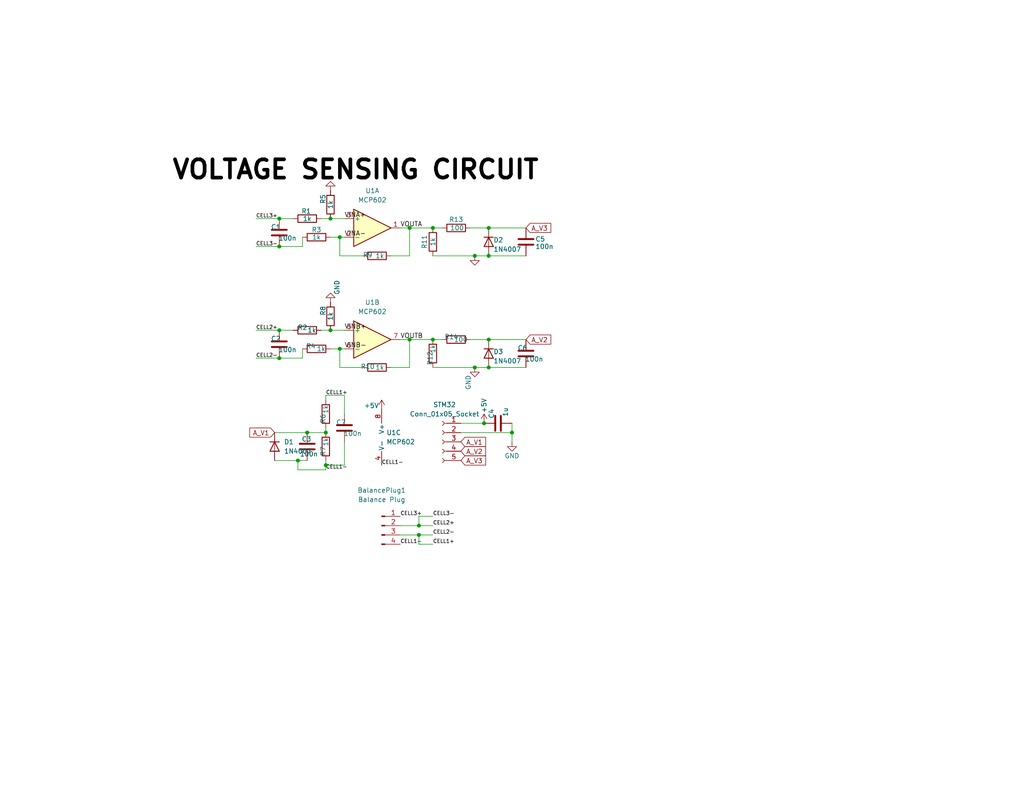
<source format=kicad_sch>
(kicad_sch
	(version 20231120)
	(generator "eeschema")
	(generator_version "8.0")
	(uuid "8bf6f162-a6a7-46fc-8123-3e1dfefc18a7")
	(paper "A")
	(lib_symbols
		(symbol "+5V_1"
			(power)
			(pin_numbers hide)
			(pin_names
				(offset 0) hide)
			(exclude_from_sim no)
			(in_bom yes)
			(on_board yes)
			(property "Reference" "#PWR"
				(at 0 -3.81 0)
				(effects
					(font
						(size 1.27 1.27)
					)
					(hide yes)
				)
			)
			(property "Value" "+5V"
				(at 0 3.556 0)
				(effects
					(font
						(size 1.27 1.27)
					)
				)
			)
			(property "Footprint" ""
				(at 0 0 0)
				(effects
					(font
						(size 1.27 1.27)
					)
					(hide yes)
				)
			)
			(property "Datasheet" ""
				(at 0 0 0)
				(effects
					(font
						(size 1.27 1.27)
					)
					(hide yes)
				)
			)
			(property "Description" "Power symbol creates a global label with name \"+5V\""
				(at 0 0 0)
				(effects
					(font
						(size 1.27 1.27)
					)
					(hide yes)
				)
			)
			(property "ki_keywords" "global power"
				(at 0 0 0)
				(effects
					(font
						(size 1.27 1.27)
					)
					(hide yes)
				)
			)
			(symbol "+5V_1_0_1"
				(polyline
					(pts
						(xy -0.762 1.27) (xy 0 2.54)
					)
					(stroke
						(width 0)
						(type default)
					)
					(fill
						(type none)
					)
				)
				(polyline
					(pts
						(xy 0 0) (xy 0 2.54)
					)
					(stroke
						(width 0)
						(type default)
					)
					(fill
						(type none)
					)
				)
				(polyline
					(pts
						(xy 0 2.54) (xy 0.762 1.27)
					)
					(stroke
						(width 0)
						(type default)
					)
					(fill
						(type none)
					)
				)
			)
			(symbol "+5V_1_1_1"
				(pin power_in line
					(at 0 0 90)
					(length 0)
					(name "~"
						(effects
							(font
								(size 1.27 1.27)
							)
						)
					)
					(number "1"
						(effects
							(font
								(size 1.27 1.27)
							)
						)
					)
				)
			)
		)
		(symbol "Amplifier_Operational:MCP602"
			(pin_names
				(offset 0.127)
			)
			(exclude_from_sim no)
			(in_bom yes)
			(on_board yes)
			(property "Reference" "U"
				(at 0 5.08 0)
				(effects
					(font
						(size 1.27 1.27)
					)
					(justify left)
				)
			)
			(property "Value" "MCP602"
				(at 0 -5.08 0)
				(effects
					(font
						(size 1.27 1.27)
					)
					(justify left)
				)
			)
			(property "Footprint" ""
				(at 0 0 0)
				(effects
					(font
						(size 1.27 1.27)
					)
					(hide yes)
				)
			)
			(property "Datasheet" "http://ww1.microchip.com/downloads/en/DeviceDoc/21314g.pdf"
				(at 0 0 0)
				(effects
					(font
						(size 1.27 1.27)
					)
					(hide yes)
				)
			)
			(property "Description" "Dual 2.7V to 6.0V Single Supply CMOS Op Amps, DIP-8/SOIC-8/TSSOP-8"
				(at 0 0 0)
				(effects
					(font
						(size 1.27 1.27)
					)
					(hide yes)
				)
			)
			(property "ki_locked" ""
				(at 0 0 0)
				(effects
					(font
						(size 1.27 1.27)
					)
				)
			)
			(property "ki_keywords" "dual opamp"
				(at 0 0 0)
				(effects
					(font
						(size 1.27 1.27)
					)
					(hide yes)
				)
			)
			(property "ki_fp_filters" "SOIC*3.9x4.9mm*P1.27mm* DIP*W7.62mm* TO*99* OnSemi*Micro8* TSSOP*3x3mm*P0.65mm* TSSOP*4.4x3mm*P0.65mm* MSOP*3x3mm*P0.65mm* SSOP*3.9x4.9mm*P0.635mm* LFCSP*2x2mm*P0.5mm* *SIP* SOIC*5.3x6.2mm*P1.27mm*"
				(at 0 0 0)
				(effects
					(font
						(size 1.27 1.27)
					)
					(hide yes)
				)
			)
			(symbol "MCP602_1_1"
				(polyline
					(pts
						(xy -5.08 5.08) (xy 5.08 0) (xy -5.08 -5.08) (xy -5.08 5.08)
					)
					(stroke
						(width 0.254)
						(type default)
					)
					(fill
						(type background)
					)
				)
				(pin output line
					(at 7.62 0 180)
					(length 2.54)
					(name "~"
						(effects
							(font
								(size 1.27 1.27)
							)
						)
					)
					(number "1"
						(effects
							(font
								(size 1.27 1.27)
							)
						)
					)
				)
				(pin input line
					(at -7.62 -2.54 0)
					(length 2.54)
					(name "-"
						(effects
							(font
								(size 1.27 1.27)
							)
						)
					)
					(number "2"
						(effects
							(font
								(size 1.27 1.27)
							)
						)
					)
				)
				(pin input line
					(at -7.62 2.54 0)
					(length 2.54)
					(name "+"
						(effects
							(font
								(size 1.27 1.27)
							)
						)
					)
					(number "3"
						(effects
							(font
								(size 1.27 1.27)
							)
						)
					)
				)
			)
			(symbol "MCP602_2_1"
				(polyline
					(pts
						(xy -5.08 5.08) (xy 5.08 0) (xy -5.08 -5.08) (xy -5.08 5.08)
					)
					(stroke
						(width 0.254)
						(type default)
					)
					(fill
						(type background)
					)
				)
				(pin input line
					(at -7.62 2.54 0)
					(length 2.54)
					(name "+"
						(effects
							(font
								(size 1.27 1.27)
							)
						)
					)
					(number "5"
						(effects
							(font
								(size 1.27 1.27)
							)
						)
					)
				)
				(pin input line
					(at -7.62 -2.54 0)
					(length 2.54)
					(name "-"
						(effects
							(font
								(size 1.27 1.27)
							)
						)
					)
					(number "6"
						(effects
							(font
								(size 1.27 1.27)
							)
						)
					)
				)
				(pin output line
					(at 7.62 0 180)
					(length 2.54)
					(name "~"
						(effects
							(font
								(size 1.27 1.27)
							)
						)
					)
					(number "7"
						(effects
							(font
								(size 1.27 1.27)
							)
						)
					)
				)
			)
			(symbol "MCP602_3_1"
				(pin power_in line
					(at -2.54 -7.62 90)
					(length 3.81)
					(name "V-"
						(effects
							(font
								(size 1.27 1.27)
							)
						)
					)
					(number "4"
						(effects
							(font
								(size 1.27 1.27)
							)
						)
					)
				)
				(pin power_in line
					(at -2.54 7.62 270)
					(length 3.81)
					(name "V+"
						(effects
							(font
								(size 1.27 1.27)
							)
						)
					)
					(number "8"
						(effects
							(font
								(size 1.27 1.27)
							)
						)
					)
				)
			)
		)
		(symbol "Connector:Conn_01x04_Pin"
			(pin_names
				(offset 1.016) hide)
			(exclude_from_sim no)
			(in_bom yes)
			(on_board yes)
			(property "Reference" "J"
				(at 0 5.08 0)
				(effects
					(font
						(size 1.27 1.27)
					)
				)
			)
			(property "Value" "Conn_01x04_Pin"
				(at 0 -7.62 0)
				(effects
					(font
						(size 1.27 1.27)
					)
				)
			)
			(property "Footprint" ""
				(at 0 0 0)
				(effects
					(font
						(size 1.27 1.27)
					)
					(hide yes)
				)
			)
			(property "Datasheet" "~"
				(at 0 0 0)
				(effects
					(font
						(size 1.27 1.27)
					)
					(hide yes)
				)
			)
			(property "Description" "Generic connector, single row, 01x04, script generated"
				(at 0 0 0)
				(effects
					(font
						(size 1.27 1.27)
					)
					(hide yes)
				)
			)
			(property "ki_locked" ""
				(at 0 0 0)
				(effects
					(font
						(size 1.27 1.27)
					)
				)
			)
			(property "ki_keywords" "connector"
				(at 0 0 0)
				(effects
					(font
						(size 1.27 1.27)
					)
					(hide yes)
				)
			)
			(property "ki_fp_filters" "Connector*:*_1x??_*"
				(at 0 0 0)
				(effects
					(font
						(size 1.27 1.27)
					)
					(hide yes)
				)
			)
			(symbol "Conn_01x04_Pin_1_1"
				(polyline
					(pts
						(xy 1.27 -5.08) (xy 0.8636 -5.08)
					)
					(stroke
						(width 0.1524)
						(type default)
					)
					(fill
						(type none)
					)
				)
				(polyline
					(pts
						(xy 1.27 -2.54) (xy 0.8636 -2.54)
					)
					(stroke
						(width 0.1524)
						(type default)
					)
					(fill
						(type none)
					)
				)
				(polyline
					(pts
						(xy 1.27 0) (xy 0.8636 0)
					)
					(stroke
						(width 0.1524)
						(type default)
					)
					(fill
						(type none)
					)
				)
				(polyline
					(pts
						(xy 1.27 2.54) (xy 0.8636 2.54)
					)
					(stroke
						(width 0.1524)
						(type default)
					)
					(fill
						(type none)
					)
				)
				(rectangle
					(start 0.8636 -4.953)
					(end 0 -5.207)
					(stroke
						(width 0.1524)
						(type default)
					)
					(fill
						(type outline)
					)
				)
				(rectangle
					(start 0.8636 -2.413)
					(end 0 -2.667)
					(stroke
						(width 0.1524)
						(type default)
					)
					(fill
						(type outline)
					)
				)
				(rectangle
					(start 0.8636 0.127)
					(end 0 -0.127)
					(stroke
						(width 0.1524)
						(type default)
					)
					(fill
						(type outline)
					)
				)
				(rectangle
					(start 0.8636 2.667)
					(end 0 2.413)
					(stroke
						(width 0.1524)
						(type default)
					)
					(fill
						(type outline)
					)
				)
				(pin passive line
					(at 5.08 2.54 180)
					(length 3.81)
					(name "Pin_1"
						(effects
							(font
								(size 1.27 1.27)
							)
						)
					)
					(number "1"
						(effects
							(font
								(size 1.27 1.27)
							)
						)
					)
				)
				(pin passive line
					(at 5.08 0 180)
					(length 3.81)
					(name "Pin_2"
						(effects
							(font
								(size 1.27 1.27)
							)
						)
					)
					(number "2"
						(effects
							(font
								(size 1.27 1.27)
							)
						)
					)
				)
				(pin passive line
					(at 5.08 -2.54 180)
					(length 3.81)
					(name "Pin_3"
						(effects
							(font
								(size 1.27 1.27)
							)
						)
					)
					(number "3"
						(effects
							(font
								(size 1.27 1.27)
							)
						)
					)
				)
				(pin passive line
					(at 5.08 -5.08 180)
					(length 3.81)
					(name "Pin_4"
						(effects
							(font
								(size 1.27 1.27)
							)
						)
					)
					(number "4"
						(effects
							(font
								(size 1.27 1.27)
							)
						)
					)
				)
			)
		)
		(symbol "Connector:Conn_01x05_Socket"
			(pin_names
				(offset 1.016) hide)
			(exclude_from_sim no)
			(in_bom yes)
			(on_board yes)
			(property "Reference" "J"
				(at 0 7.62 0)
				(effects
					(font
						(size 1.27 1.27)
					)
				)
			)
			(property "Value" "Conn_01x05_Socket"
				(at 0 -7.62 0)
				(effects
					(font
						(size 1.27 1.27)
					)
				)
			)
			(property "Footprint" ""
				(at 0 0 0)
				(effects
					(font
						(size 1.27 1.27)
					)
					(hide yes)
				)
			)
			(property "Datasheet" "~"
				(at 0 0 0)
				(effects
					(font
						(size 1.27 1.27)
					)
					(hide yes)
				)
			)
			(property "Description" "Generic connector, single row, 01x05, script generated"
				(at 0 0 0)
				(effects
					(font
						(size 1.27 1.27)
					)
					(hide yes)
				)
			)
			(property "ki_locked" ""
				(at 0 0 0)
				(effects
					(font
						(size 1.27 1.27)
					)
				)
			)
			(property "ki_keywords" "connector"
				(at 0 0 0)
				(effects
					(font
						(size 1.27 1.27)
					)
					(hide yes)
				)
			)
			(property "ki_fp_filters" "Connector*:*_1x??_*"
				(at 0 0 0)
				(effects
					(font
						(size 1.27 1.27)
					)
					(hide yes)
				)
			)
			(symbol "Conn_01x05_Socket_1_1"
				(arc
					(start 0 -4.572)
					(mid -0.5058 -5.08)
					(end 0 -5.588)
					(stroke
						(width 0.1524)
						(type default)
					)
					(fill
						(type none)
					)
				)
				(arc
					(start 0 -2.032)
					(mid -0.5058 -2.54)
					(end 0 -3.048)
					(stroke
						(width 0.1524)
						(type default)
					)
					(fill
						(type none)
					)
				)
				(polyline
					(pts
						(xy -1.27 -5.08) (xy -0.508 -5.08)
					)
					(stroke
						(width 0.1524)
						(type default)
					)
					(fill
						(type none)
					)
				)
				(polyline
					(pts
						(xy -1.27 -2.54) (xy -0.508 -2.54)
					)
					(stroke
						(width 0.1524)
						(type default)
					)
					(fill
						(type none)
					)
				)
				(polyline
					(pts
						(xy -1.27 0) (xy -0.508 0)
					)
					(stroke
						(width 0.1524)
						(type default)
					)
					(fill
						(type none)
					)
				)
				(polyline
					(pts
						(xy -1.27 2.54) (xy -0.508 2.54)
					)
					(stroke
						(width 0.1524)
						(type default)
					)
					(fill
						(type none)
					)
				)
				(polyline
					(pts
						(xy -1.27 5.08) (xy -0.508 5.08)
					)
					(stroke
						(width 0.1524)
						(type default)
					)
					(fill
						(type none)
					)
				)
				(arc
					(start 0 0.508)
					(mid -0.5058 0)
					(end 0 -0.508)
					(stroke
						(width 0.1524)
						(type default)
					)
					(fill
						(type none)
					)
				)
				(arc
					(start 0 3.048)
					(mid -0.5058 2.54)
					(end 0 2.032)
					(stroke
						(width 0.1524)
						(type default)
					)
					(fill
						(type none)
					)
				)
				(arc
					(start 0 5.588)
					(mid -0.5058 5.08)
					(end 0 4.572)
					(stroke
						(width 0.1524)
						(type default)
					)
					(fill
						(type none)
					)
				)
				(pin passive line
					(at -5.08 5.08 0)
					(length 3.81)
					(name "Pin_1"
						(effects
							(font
								(size 1.27 1.27)
							)
						)
					)
					(number "1"
						(effects
							(font
								(size 1.27 1.27)
							)
						)
					)
				)
				(pin passive line
					(at -5.08 2.54 0)
					(length 3.81)
					(name "Pin_2"
						(effects
							(font
								(size 1.27 1.27)
							)
						)
					)
					(number "2"
						(effects
							(font
								(size 1.27 1.27)
							)
						)
					)
				)
				(pin passive line
					(at -5.08 0 0)
					(length 3.81)
					(name "Pin_3"
						(effects
							(font
								(size 1.27 1.27)
							)
						)
					)
					(number "3"
						(effects
							(font
								(size 1.27 1.27)
							)
						)
					)
				)
				(pin passive line
					(at -5.08 -2.54 0)
					(length 3.81)
					(name "Pin_4"
						(effects
							(font
								(size 1.27 1.27)
							)
						)
					)
					(number "4"
						(effects
							(font
								(size 1.27 1.27)
							)
						)
					)
				)
				(pin passive line
					(at -5.08 -5.08 0)
					(length 3.81)
					(name "Pin_5"
						(effects
							(font
								(size 1.27 1.27)
							)
						)
					)
					(number "5"
						(effects
							(font
								(size 1.27 1.27)
							)
						)
					)
				)
			)
		)
		(symbol "Device:C"
			(pin_numbers hide)
			(pin_names
				(offset 0.254)
			)
			(exclude_from_sim no)
			(in_bom yes)
			(on_board yes)
			(property "Reference" "C"
				(at 0.635 2.54 0)
				(effects
					(font
						(size 1.27 1.27)
					)
					(justify left)
				)
			)
			(property "Value" "C"
				(at 0.635 -2.54 0)
				(effects
					(font
						(size 1.27 1.27)
					)
					(justify left)
				)
			)
			(property "Footprint" ""
				(at 0.9652 -3.81 0)
				(effects
					(font
						(size 1.27 1.27)
					)
					(hide yes)
				)
			)
			(property "Datasheet" "~"
				(at 0 0 0)
				(effects
					(font
						(size 1.27 1.27)
					)
					(hide yes)
				)
			)
			(property "Description" "Unpolarized capacitor"
				(at 0 0 0)
				(effects
					(font
						(size 1.27 1.27)
					)
					(hide yes)
				)
			)
			(property "ki_keywords" "cap capacitor"
				(at 0 0 0)
				(effects
					(font
						(size 1.27 1.27)
					)
					(hide yes)
				)
			)
			(property "ki_fp_filters" "C_*"
				(at 0 0 0)
				(effects
					(font
						(size 1.27 1.27)
					)
					(hide yes)
				)
			)
			(symbol "C_0_1"
				(polyline
					(pts
						(xy -2.032 -0.762) (xy 2.032 -0.762)
					)
					(stroke
						(width 0.508)
						(type default)
					)
					(fill
						(type none)
					)
				)
				(polyline
					(pts
						(xy -2.032 0.762) (xy 2.032 0.762)
					)
					(stroke
						(width 0.508)
						(type default)
					)
					(fill
						(type none)
					)
				)
			)
			(symbol "C_1_1"
				(pin passive line
					(at 0 3.81 270)
					(length 2.794)
					(name "~"
						(effects
							(font
								(size 1.27 1.27)
							)
						)
					)
					(number "1"
						(effects
							(font
								(size 1.27 1.27)
							)
						)
					)
				)
				(pin passive line
					(at 0 -3.81 90)
					(length 2.794)
					(name "~"
						(effects
							(font
								(size 1.27 1.27)
							)
						)
					)
					(number "2"
						(effects
							(font
								(size 1.27 1.27)
							)
						)
					)
				)
			)
		)
		(symbol "Device:R"
			(pin_numbers hide)
			(pin_names
				(offset 0)
			)
			(exclude_from_sim no)
			(in_bom yes)
			(on_board yes)
			(property "Reference" "R"
				(at 2.032 0 90)
				(effects
					(font
						(size 1.27 1.27)
					)
				)
			)
			(property "Value" "R"
				(at 0 0 90)
				(effects
					(font
						(size 1.27 1.27)
					)
				)
			)
			(property "Footprint" ""
				(at -1.778 0 90)
				(effects
					(font
						(size 1.27 1.27)
					)
					(hide yes)
				)
			)
			(property "Datasheet" "~"
				(at 0 0 0)
				(effects
					(font
						(size 1.27 1.27)
					)
					(hide yes)
				)
			)
			(property "Description" "Resistor"
				(at 0 0 0)
				(effects
					(font
						(size 1.27 1.27)
					)
					(hide yes)
				)
			)
			(property "ki_keywords" "R res resistor"
				(at 0 0 0)
				(effects
					(font
						(size 1.27 1.27)
					)
					(hide yes)
				)
			)
			(property "ki_fp_filters" "R_*"
				(at 0 0 0)
				(effects
					(font
						(size 1.27 1.27)
					)
					(hide yes)
				)
			)
			(symbol "R_0_1"
				(rectangle
					(start -1.016 -2.54)
					(end 1.016 2.54)
					(stroke
						(width 0.254)
						(type default)
					)
					(fill
						(type none)
					)
				)
			)
			(symbol "R_1_1"
				(pin passive line
					(at 0 3.81 270)
					(length 1.27)
					(name "~"
						(effects
							(font
								(size 1.27 1.27)
							)
						)
					)
					(number "1"
						(effects
							(font
								(size 1.27 1.27)
							)
						)
					)
				)
				(pin passive line
					(at 0 -3.81 90)
					(length 1.27)
					(name "~"
						(effects
							(font
								(size 1.27 1.27)
							)
						)
					)
					(number "2"
						(effects
							(font
								(size 1.27 1.27)
							)
						)
					)
				)
			)
		)
		(symbol "Diode:1N4007"
			(pin_numbers hide)
			(pin_names hide)
			(exclude_from_sim no)
			(in_bom yes)
			(on_board yes)
			(property "Reference" "D"
				(at 0 2.54 0)
				(effects
					(font
						(size 1.27 1.27)
					)
				)
			)
			(property "Value" "1N4007"
				(at 0 -2.54 0)
				(effects
					(font
						(size 1.27 1.27)
					)
				)
			)
			(property "Footprint" "Diode_THT:D_DO-41_SOD81_P10.16mm_Horizontal"
				(at 0 -4.445 0)
				(effects
					(font
						(size 1.27 1.27)
					)
					(hide yes)
				)
			)
			(property "Datasheet" "http://www.vishay.com/docs/88503/1n4001.pdf"
				(at 0 0 0)
				(effects
					(font
						(size 1.27 1.27)
					)
					(hide yes)
				)
			)
			(property "Description" "1000V 1A General Purpose Rectifier Diode, DO-41"
				(at 0 0 0)
				(effects
					(font
						(size 1.27 1.27)
					)
					(hide yes)
				)
			)
			(property "Sim.Device" "D"
				(at 0 0 0)
				(effects
					(font
						(size 1.27 1.27)
					)
					(hide yes)
				)
			)
			(property "Sim.Pins" "1=K 2=A"
				(at 0 0 0)
				(effects
					(font
						(size 1.27 1.27)
					)
					(hide yes)
				)
			)
			(property "ki_keywords" "diode"
				(at 0 0 0)
				(effects
					(font
						(size 1.27 1.27)
					)
					(hide yes)
				)
			)
			(property "ki_fp_filters" "D*DO?41*"
				(at 0 0 0)
				(effects
					(font
						(size 1.27 1.27)
					)
					(hide yes)
				)
			)
			(symbol "1N4007_0_1"
				(polyline
					(pts
						(xy -1.27 1.27) (xy -1.27 -1.27)
					)
					(stroke
						(width 0.254)
						(type default)
					)
					(fill
						(type none)
					)
				)
				(polyline
					(pts
						(xy 1.27 0) (xy -1.27 0)
					)
					(stroke
						(width 0)
						(type default)
					)
					(fill
						(type none)
					)
				)
				(polyline
					(pts
						(xy 1.27 1.27) (xy 1.27 -1.27) (xy -1.27 0) (xy 1.27 1.27)
					)
					(stroke
						(width 0.254)
						(type default)
					)
					(fill
						(type none)
					)
				)
			)
			(symbol "1N4007_1_1"
				(pin passive line
					(at -3.81 0 0)
					(length 2.54)
					(name "K"
						(effects
							(font
								(size 1.27 1.27)
							)
						)
					)
					(number "1"
						(effects
							(font
								(size 1.27 1.27)
							)
						)
					)
				)
				(pin passive line
					(at 3.81 0 180)
					(length 2.54)
					(name "A"
						(effects
							(font
								(size 1.27 1.27)
							)
						)
					)
					(number "2"
						(effects
							(font
								(size 1.27 1.27)
							)
						)
					)
				)
			)
		)
		(symbol "GND_1"
			(power)
			(pin_numbers hide)
			(pin_names
				(offset 0) hide)
			(exclude_from_sim no)
			(in_bom yes)
			(on_board yes)
			(property "Reference" "#PWR"
				(at 0 -6.35 0)
				(effects
					(font
						(size 1.27 1.27)
					)
					(hide yes)
				)
			)
			(property "Value" "GND"
				(at 0 -3.81 0)
				(effects
					(font
						(size 1.27 1.27)
					)
				)
			)
			(property "Footprint" ""
				(at 0 0 0)
				(effects
					(font
						(size 1.27 1.27)
					)
					(hide yes)
				)
			)
			(property "Datasheet" ""
				(at 0 0 0)
				(effects
					(font
						(size 1.27 1.27)
					)
					(hide yes)
				)
			)
			(property "Description" "Power symbol creates a global label with name \"GND\" , ground"
				(at 0 0 0)
				(effects
					(font
						(size 1.27 1.27)
					)
					(hide yes)
				)
			)
			(property "ki_keywords" "global power"
				(at 0 0 0)
				(effects
					(font
						(size 1.27 1.27)
					)
					(hide yes)
				)
			)
			(symbol "GND_1_0_1"
				(polyline
					(pts
						(xy 0 0) (xy 0 -1.27) (xy 1.27 -1.27) (xy 0 -2.54) (xy -1.27 -1.27) (xy 0 -1.27)
					)
					(stroke
						(width 0)
						(type default)
					)
					(fill
						(type none)
					)
				)
			)
			(symbol "GND_1_1_1"
				(pin power_in line
					(at 0 0 270)
					(length 0)
					(name "~"
						(effects
							(font
								(size 1.27 1.27)
							)
						)
					)
					(number "1"
						(effects
							(font
								(size 1.27 1.27)
							)
						)
					)
				)
			)
		)
		(symbol "power:+5V"
			(power)
			(pin_names
				(offset 0)
			)
			(exclude_from_sim no)
			(in_bom yes)
			(on_board yes)
			(property "Reference" "#PWR"
				(at 0 -3.81 0)
				(effects
					(font
						(size 1.27 1.27)
					)
					(hide yes)
				)
			)
			(property "Value" "+5V"
				(at 0 3.556 0)
				(effects
					(font
						(size 1.27 1.27)
					)
				)
			)
			(property "Footprint" ""
				(at 0 0 0)
				(effects
					(font
						(size 1.27 1.27)
					)
					(hide yes)
				)
			)
			(property "Datasheet" ""
				(at 0 0 0)
				(effects
					(font
						(size 1.27 1.27)
					)
					(hide yes)
				)
			)
			(property "Description" "Power symbol creates a global label with name \"+5V\""
				(at 0 0 0)
				(effects
					(font
						(size 1.27 1.27)
					)
					(hide yes)
				)
			)
			(property "ki_keywords" "global power"
				(at 0 0 0)
				(effects
					(font
						(size 1.27 1.27)
					)
					(hide yes)
				)
			)
			(symbol "+5V_0_1"
				(polyline
					(pts
						(xy -0.762 1.27) (xy 0 2.54)
					)
					(stroke
						(width 0)
						(type default)
					)
					(fill
						(type none)
					)
				)
				(polyline
					(pts
						(xy 0 0) (xy 0 2.54)
					)
					(stroke
						(width 0)
						(type default)
					)
					(fill
						(type none)
					)
				)
				(polyline
					(pts
						(xy 0 2.54) (xy 0.762 1.27)
					)
					(stroke
						(width 0)
						(type default)
					)
					(fill
						(type none)
					)
				)
			)
			(symbol "+5V_1_1"
				(pin power_in line
					(at 0 0 90)
					(length 0) hide
					(name "+5V"
						(effects
							(font
								(size 1.27 1.27)
							)
						)
					)
					(number "1"
						(effects
							(font
								(size 1.27 1.27)
							)
						)
					)
				)
			)
		)
		(symbol "power:GND"
			(power)
			(pin_names
				(offset 0)
			)
			(exclude_from_sim no)
			(in_bom yes)
			(on_board yes)
			(property "Reference" "#PWR"
				(at 0 -6.35 0)
				(effects
					(font
						(size 1.27 1.27)
					)
					(hide yes)
				)
			)
			(property "Value" "GND"
				(at 0 -3.81 0)
				(effects
					(font
						(size 1.27 1.27)
					)
				)
			)
			(property "Footprint" ""
				(at 0 0 0)
				(effects
					(font
						(size 1.27 1.27)
					)
					(hide yes)
				)
			)
			(property "Datasheet" ""
				(at 0 0 0)
				(effects
					(font
						(size 1.27 1.27)
					)
					(hide yes)
				)
			)
			(property "Description" "Power symbol creates a global label with name \"GND\" , ground"
				(at 0 0 0)
				(effects
					(font
						(size 1.27 1.27)
					)
					(hide yes)
				)
			)
			(property "ki_keywords" "global power"
				(at 0 0 0)
				(effects
					(font
						(size 1.27 1.27)
					)
					(hide yes)
				)
			)
			(symbol "GND_0_1"
				(polyline
					(pts
						(xy 0 0) (xy 0 -1.27) (xy 1.27 -1.27) (xy 0 -2.54) (xy -1.27 -1.27) (xy 0 -1.27)
					)
					(stroke
						(width 0)
						(type default)
					)
					(fill
						(type none)
					)
				)
			)
			(symbol "GND_1_1"
				(pin power_in line
					(at 0 0 270)
					(length 0) hide
					(name "GND"
						(effects
							(font
								(size 1.27 1.27)
							)
						)
					)
					(number "1"
						(effects
							(font
								(size 1.27 1.27)
							)
						)
					)
				)
			)
		)
	)
	(junction
		(at 83.82 118.11)
		(diameter 0)
		(color 0 0 0 0)
		(uuid "07c7f78f-f96f-464e-8c21-32f3e1c84121")
	)
	(junction
		(at 90.17 59.69)
		(diameter 0)
		(color 0 0 0 0)
		(uuid "0e98228f-b104-47f5-af0f-86435e17c7d2")
	)
	(junction
		(at 111.76 92.71)
		(diameter 0)
		(color 0 0 0 0)
		(uuid "2c5d8e15-2166-4222-9339-223c51f92f8b")
	)
	(junction
		(at 133.35 100.33)
		(diameter 0)
		(color 0 0 0 0)
		(uuid "3618161a-9175-416e-af56-12aacb6beb5b")
	)
	(junction
		(at 133.35 62.23)
		(diameter 0)
		(color 0 0 0 0)
		(uuid "4016b2be-05f6-42ad-9613-9b8d178b5db0")
	)
	(junction
		(at 133.35 69.85)
		(diameter 0)
		(color 0 0 0 0)
		(uuid "500241ac-8503-4e4d-83d4-2f6a20ac6930")
	)
	(junction
		(at 133.35 92.71)
		(diameter 0)
		(color 0 0 0 0)
		(uuid "5836065b-461b-4062-8c21-7e4b2c8cae57")
	)
	(junction
		(at 92.71 64.77)
		(diameter 0)
		(color 0 0 0 0)
		(uuid "59ce8d73-14f2-444b-8425-1b8461e24cd2")
	)
	(junction
		(at 118.11 62.23)
		(diameter 0)
		(color 0 0 0 0)
		(uuid "605b9c23-469a-4f9a-8cf0-465919ea6d82")
	)
	(junction
		(at 76.2 90.17)
		(diameter 0)
		(color 0 0 0 0)
		(uuid "61490aaa-af4f-431a-8192-b80dac68286c")
	)
	(junction
		(at 92.71 95.25)
		(diameter 0)
		(color 0 0 0 0)
		(uuid "8192f8a9-2932-45c6-beb7-dc62ca5cdc44")
	)
	(junction
		(at 111.76 62.23)
		(diameter 0)
		(color 0 0 0 0)
		(uuid "925c7171-fff1-4a6e-ae0c-24f75641dd7d")
	)
	(junction
		(at 114.3 143.51)
		(diameter 0)
		(color 0 0 0 0)
		(uuid "929e6d80-5933-4ef0-b96f-c8fd1e31d33c")
	)
	(junction
		(at 118.11 92.71)
		(diameter 0)
		(color 0 0 0 0)
		(uuid "a0bc55db-6fa3-41b1-a0c3-05d65eacb3fd")
	)
	(junction
		(at 139.7 118.11)
		(diameter 0)
		(color 0 0 0 0)
		(uuid "a6a97304-6708-4ef2-b481-ab4c4fd7b985")
	)
	(junction
		(at 76.2 59.69)
		(diameter 0)
		(color 0 0 0 0)
		(uuid "a8708503-86b4-4daa-8e18-44e55f383ce8")
	)
	(junction
		(at 129.54 69.85)
		(diameter 0)
		(color 0 0 0 0)
		(uuid "b2ecea83-31cb-4b85-a531-0d15bdda57a7")
	)
	(junction
		(at 88.9 127)
		(diameter 0)
		(color 0 0 0 0)
		(uuid "b80749ef-a913-441d-bb1a-022aab96fc7c")
	)
	(junction
		(at 88.9 118.11)
		(diameter 0)
		(color 0 0 0 0)
		(uuid "b9915b3e-6303-46bb-8f49-b5a354a4d533")
	)
	(junction
		(at 132.08 115.57)
		(diameter 0)
		(color 0 0 0 0)
		(uuid "bbea5bf1-9f34-4a64-bbba-16fb19ccda1f")
	)
	(junction
		(at 114.3 146.05)
		(diameter 0)
		(color 0 0 0 0)
		(uuid "c85da2e2-ffc1-4a21-9735-ec8f46392873")
	)
	(junction
		(at 90.17 90.17)
		(diameter 0)
		(color 0 0 0 0)
		(uuid "c8895096-630c-488d-b169-b68d1bb98996")
	)
	(junction
		(at 129.54 100.33)
		(diameter 0)
		(color 0 0 0 0)
		(uuid "cb8c5f88-5b03-46a4-9f60-ba68d84b5001")
	)
	(junction
		(at 76.2 67.31)
		(diameter 0)
		(color 0 0 0 0)
		(uuid "d91e85c9-6423-4031-80eb-ac136217951c")
	)
	(junction
		(at 81.28 125.73)
		(diameter 0)
		(color 0 0 0 0)
		(uuid "fbbf4c5d-4f64-4687-a162-71b601a7bed1")
	)
	(junction
		(at 76.2 97.79)
		(diameter 0)
		(color 0 0 0 0)
		(uuid "feff4474-1b86-4cb6-b2bc-cfcd4031c578")
	)
	(wire
		(pts
			(xy 83.82 118.11) (xy 88.9 118.11)
		)
		(stroke
			(width 0)
			(type default)
		)
		(uuid "0014bbcc-e6ea-4188-a4c8-21bd55fcbc7a")
	)
	(wire
		(pts
			(xy 69.85 90.17) (xy 76.2 90.17)
		)
		(stroke
			(width 0)
			(type default)
		)
		(uuid "0206b79a-046a-4644-83f5-31bc16fdb575")
	)
	(wire
		(pts
			(xy 125.73 118.11) (xy 139.7 118.11)
		)
		(stroke
			(width 0)
			(type default)
		)
		(uuid "02b919d1-6666-4050-9d6e-c4a28b5545e4")
	)
	(wire
		(pts
			(xy 90.17 59.69) (xy 93.98 59.69)
		)
		(stroke
			(width 0)
			(type default)
		)
		(uuid "0d2f2a84-0e9b-44f2-aa79-8e6af7f6e293")
	)
	(wire
		(pts
			(xy 90.17 95.25) (xy 92.71 95.25)
		)
		(stroke
			(width 0)
			(type default)
		)
		(uuid "14005eae-cddc-437b-8422-9192031be420")
	)
	(wire
		(pts
			(xy 114.3 148.59) (xy 118.11 148.59)
		)
		(stroke
			(width 0)
			(type default)
		)
		(uuid "1cae4389-de66-42bc-a1aa-dfba6b06b064")
	)
	(wire
		(pts
			(xy 109.22 92.71) (xy 111.76 92.71)
		)
		(stroke
			(width 0)
			(type default)
		)
		(uuid "1e401112-f2fd-45c3-aa82-36f531d45324")
	)
	(wire
		(pts
			(xy 118.11 100.33) (xy 129.54 100.33)
		)
		(stroke
			(width 0)
			(type default)
		)
		(uuid "218856e0-2196-4d6f-8bd5-8d61d0dc628b")
	)
	(wire
		(pts
			(xy 76.2 59.69) (xy 80.01 59.69)
		)
		(stroke
			(width 0)
			(type default)
		)
		(uuid "26941b3b-d44d-4e89-98a7-4741d231c2b6")
	)
	(wire
		(pts
			(xy 76.2 90.17) (xy 80.01 90.17)
		)
		(stroke
			(width 0)
			(type default)
		)
		(uuid "2bf3384e-fdef-4c11-ae38-f585b0fdb08e")
	)
	(wire
		(pts
			(xy 69.85 67.31) (xy 76.2 67.31)
		)
		(stroke
			(width 0)
			(type default)
		)
		(uuid "2cc47639-c894-4e3a-a05c-9af2c01c5d8d")
	)
	(wire
		(pts
			(xy 92.71 64.77) (xy 93.98 64.77)
		)
		(stroke
			(width 0)
			(type default)
		)
		(uuid "318bb968-8d32-4e7d-8d8c-80df7fbb7443")
	)
	(wire
		(pts
			(xy 93.98 127) (xy 88.9 127)
		)
		(stroke
			(width 0)
			(type default)
		)
		(uuid "35b958c6-17ea-446f-b216-9a19955b68b6")
	)
	(wire
		(pts
			(xy 81.28 125.73) (xy 81.28 128.27)
		)
		(stroke
			(width 0)
			(type default)
		)
		(uuid "369e5bc7-bd12-4e61-acaa-a1d4b67ea305")
	)
	(wire
		(pts
			(xy 92.71 69.85) (xy 92.71 64.77)
		)
		(stroke
			(width 0)
			(type default)
		)
		(uuid "39d30d4b-2341-4957-ac8d-dc9fb0291bc6")
	)
	(wire
		(pts
			(xy 81.28 128.27) (xy 88.9 128.27)
		)
		(stroke
			(width 0)
			(type default)
		)
		(uuid "3b1a6dc8-8f14-4cd3-9c4e-1b1ad2ce7a38")
	)
	(wire
		(pts
			(xy 82.55 64.77) (xy 82.55 67.31)
		)
		(stroke
			(width 0)
			(type default)
		)
		(uuid "3d4791b7-f8a9-4e63-ab4e-403f976234e2")
	)
	(wire
		(pts
			(xy 87.63 90.17) (xy 90.17 90.17)
		)
		(stroke
			(width 0)
			(type default)
		)
		(uuid "3db284a2-83a2-4f28-b633-a905958a06c0")
	)
	(wire
		(pts
			(xy 111.76 100.33) (xy 106.68 100.33)
		)
		(stroke
			(width 0)
			(type default)
		)
		(uuid "3e601b03-3edd-4fe6-953e-083983df8313")
	)
	(wire
		(pts
			(xy 87.63 59.69) (xy 90.17 59.69)
		)
		(stroke
			(width 0)
			(type default)
		)
		(uuid "4129ed5b-2385-47f9-b63c-b455595e3231")
	)
	(wire
		(pts
			(xy 93.98 107.95) (xy 88.9 107.95)
		)
		(stroke
			(width 0)
			(type default)
		)
		(uuid "41f75558-9a47-4546-8d00-5ca7cf0c2812")
	)
	(wire
		(pts
			(xy 118.11 62.23) (xy 120.65 62.23)
		)
		(stroke
			(width 0)
			(type default)
		)
		(uuid "48ac8967-4738-4d03-997d-e7f0e589c206")
	)
	(wire
		(pts
			(xy 111.76 92.71) (xy 111.76 100.33)
		)
		(stroke
			(width 0)
			(type default)
		)
		(uuid "546239fb-1884-4780-a867-c22beee9d417")
	)
	(wire
		(pts
			(xy 99.06 69.85) (xy 92.71 69.85)
		)
		(stroke
			(width 0)
			(type default)
		)
		(uuid "565538e8-494d-4036-a607-f96106e561ea")
	)
	(wire
		(pts
			(xy 109.22 143.51) (xy 114.3 143.51)
		)
		(stroke
			(width 0)
			(type default)
		)
		(uuid "58addc9b-5b3c-43e2-961e-03afa8ff7182")
	)
	(wire
		(pts
			(xy 118.11 92.71) (xy 120.65 92.71)
		)
		(stroke
			(width 0)
			(type default)
		)
		(uuid "5db5debf-dd1e-42af-a4a5-f0966de6d20a")
	)
	(wire
		(pts
			(xy 114.3 146.05) (xy 118.11 146.05)
		)
		(stroke
			(width 0)
			(type default)
		)
		(uuid "61ae27c9-6add-4c7a-b23f-bbece9192893")
	)
	(wire
		(pts
			(xy 90.17 64.77) (xy 92.71 64.77)
		)
		(stroke
			(width 0)
			(type default)
		)
		(uuid "622817f1-6399-478f-a73b-abb930e43d95")
	)
	(wire
		(pts
			(xy 109.22 62.23) (xy 111.76 62.23)
		)
		(stroke
			(width 0)
			(type default)
		)
		(uuid "64807ddc-bd59-4b29-8b60-66f8b5e162e2")
	)
	(wire
		(pts
			(xy 114.3 143.51) (xy 118.11 143.51)
		)
		(stroke
			(width 0)
			(type default)
		)
		(uuid "6af9bd78-4e0a-410c-9263-5d155e07e890")
	)
	(wire
		(pts
			(xy 74.93 118.11) (xy 83.82 118.11)
		)
		(stroke
			(width 0)
			(type default)
		)
		(uuid "71928c5a-69f2-440a-88dc-c11475cd2f7c")
	)
	(wire
		(pts
			(xy 92.71 95.25) (xy 93.98 95.25)
		)
		(stroke
			(width 0)
			(type default)
		)
		(uuid "736c45c6-90b7-45ee-bd8e-6a0620d54e43")
	)
	(wire
		(pts
			(xy 74.93 125.73) (xy 81.28 125.73)
		)
		(stroke
			(width 0)
			(type default)
		)
		(uuid "74e8e689-156e-4d48-b1c3-e33d5d81b3f3")
	)
	(wire
		(pts
			(xy 128.27 62.23) (xy 133.35 62.23)
		)
		(stroke
			(width 0)
			(type default)
		)
		(uuid "75efcd06-5c57-4d7b-a9c2-11569b5ec1e9")
	)
	(wire
		(pts
			(xy 114.3 140.97) (xy 114.3 143.51)
		)
		(stroke
			(width 0)
			(type default)
		)
		(uuid "784a6c9e-75fd-4df5-903a-abb7d02cb203")
	)
	(wire
		(pts
			(xy 99.06 100.33) (xy 92.71 100.33)
		)
		(stroke
			(width 0)
			(type default)
		)
		(uuid "7dae21a1-5be4-4eea-be37-ed28f7249b3b")
	)
	(wire
		(pts
			(xy 69.85 59.69) (xy 76.2 59.69)
		)
		(stroke
			(width 0)
			(type default)
		)
		(uuid "7ec9da5f-69ab-4af4-954d-2a3324afa1fc")
	)
	(wire
		(pts
			(xy 69.85 97.79) (xy 76.2 97.79)
		)
		(stroke
			(width 0)
			(type default)
		)
		(uuid "8016e9a1-25ca-4333-af7e-405ffe3672ab")
	)
	(wire
		(pts
			(xy 133.35 69.85) (xy 143.51 69.85)
		)
		(stroke
			(width 0)
			(type default)
		)
		(uuid "82cbfa08-c46b-402f-95f3-f7cc34345fef")
	)
	(wire
		(pts
			(xy 133.35 92.71) (xy 143.51 92.71)
		)
		(stroke
			(width 0)
			(type default)
		)
		(uuid "8b5cfcfd-aebe-42c0-b92d-91522c21d9f6")
	)
	(wire
		(pts
			(xy 76.2 67.31) (xy 82.55 67.31)
		)
		(stroke
			(width 0)
			(type default)
		)
		(uuid "8e880c7a-579d-46b4-958d-18db201131fb")
	)
	(wire
		(pts
			(xy 111.76 62.23) (xy 111.76 69.85)
		)
		(stroke
			(width 0)
			(type default)
		)
		(uuid "8f82f562-b4b3-4ca9-9e81-22318ea93547")
	)
	(wire
		(pts
			(xy 114.3 146.05) (xy 114.3 148.59)
		)
		(stroke
			(width 0)
			(type default)
		)
		(uuid "930b926d-979e-4eac-84e1-55a4d53c37ce")
	)
	(wire
		(pts
			(xy 93.98 120.65) (xy 93.98 127)
		)
		(stroke
			(width 0)
			(type default)
		)
		(uuid "93409543-2d8f-46bb-a035-53627abc4ac9")
	)
	(wire
		(pts
			(xy 88.9 116.84) (xy 88.9 118.11)
		)
		(stroke
			(width 0)
			(type default)
		)
		(uuid "9422d5a1-3072-41b1-a2e5-ffdb46cb1a59")
	)
	(wire
		(pts
			(xy 129.54 100.33) (xy 133.35 100.33)
		)
		(stroke
			(width 0)
			(type default)
		)
		(uuid "a04d9286-8845-4112-ba30-25f6d83691a8")
	)
	(wire
		(pts
			(xy 88.9 125.73) (xy 88.9 127)
		)
		(stroke
			(width 0)
			(type default)
		)
		(uuid "a48f2068-b616-4ce7-89e7-35edcd0cfbf6")
	)
	(wire
		(pts
			(xy 109.22 146.05) (xy 114.3 146.05)
		)
		(stroke
			(width 0)
			(type default)
		)
		(uuid "a7ec73fe-5285-4165-92cc-d60d2d101279")
	)
	(wire
		(pts
			(xy 133.35 100.33) (xy 143.51 100.33)
		)
		(stroke
			(width 0)
			(type default)
		)
		(uuid "ab58f8e6-7132-462e-9e5c-72ac1c225033")
	)
	(wire
		(pts
			(xy 93.98 113.03) (xy 93.98 107.95)
		)
		(stroke
			(width 0)
			(type default)
		)
		(uuid "b49f52a7-188a-4b73-a3ae-fab7ad7b7ed2")
	)
	(wire
		(pts
			(xy 90.17 90.17) (xy 93.98 90.17)
		)
		(stroke
			(width 0)
			(type default)
		)
		(uuid "b535db7b-f884-4ed2-9e2b-39084b037f28")
	)
	(wire
		(pts
			(xy 92.71 100.33) (xy 92.71 95.25)
		)
		(stroke
			(width 0)
			(type default)
		)
		(uuid "b6e1e051-7962-4dcf-ba8c-0fee7ae84a48")
	)
	(wire
		(pts
			(xy 114.3 140.97) (xy 118.11 140.97)
		)
		(stroke
			(width 0)
			(type default)
		)
		(uuid "b8593ffb-4251-4aef-aba8-8b13244d24c8")
	)
	(wire
		(pts
			(xy 128.27 92.71) (xy 133.35 92.71)
		)
		(stroke
			(width 0)
			(type default)
		)
		(uuid "baf9c20b-c2d5-4015-9513-c8a1bdf76adb")
	)
	(wire
		(pts
			(xy 82.55 95.25) (xy 82.55 97.79)
		)
		(stroke
			(width 0)
			(type default)
		)
		(uuid "bc64ebdf-5a71-4462-bf81-cd19e38536d3")
	)
	(wire
		(pts
			(xy 139.7 115.57) (xy 139.7 118.11)
		)
		(stroke
			(width 0)
			(type default)
		)
		(uuid "c1cdd401-b0c5-4bfe-9a05-44d9fb4b4a6c")
	)
	(wire
		(pts
			(xy 88.9 107.95) (xy 88.9 109.22)
		)
		(stroke
			(width 0)
			(type default)
		)
		(uuid "c6cbe641-1901-46e7-bf4a-74250896e6fd")
	)
	(wire
		(pts
			(xy 76.2 97.79) (xy 82.55 97.79)
		)
		(stroke
			(width 0)
			(type default)
		)
		(uuid "cc4c5333-db30-422b-9ccd-ec71cf070e22")
	)
	(wire
		(pts
			(xy 81.28 125.73) (xy 83.82 125.73)
		)
		(stroke
			(width 0)
			(type default)
		)
		(uuid "ce1a1cc8-f7a4-48ed-93cc-555f1be872fb")
	)
	(wire
		(pts
			(xy 111.76 92.71) (xy 118.11 92.71)
		)
		(stroke
			(width 0)
			(type default)
		)
		(uuid "cec362e1-335f-4b14-b9a6-8da132bae339")
	)
	(wire
		(pts
			(xy 125.73 115.57) (xy 132.08 115.57)
		)
		(stroke
			(width 0)
			(type default)
		)
		(uuid "d24a36ad-ff28-41a2-b634-5c7eeb0fc000")
	)
	(wire
		(pts
			(xy 111.76 69.85) (xy 106.68 69.85)
		)
		(stroke
			(width 0)
			(type default)
		)
		(uuid "d3558677-b385-46dd-9274-09ec2969db4a")
	)
	(wire
		(pts
			(xy 133.35 62.23) (xy 143.51 62.23)
		)
		(stroke
			(width 0)
			(type default)
		)
		(uuid "d4405c0f-50a4-41fc-9080-57cbd21c6138")
	)
	(wire
		(pts
			(xy 88.9 127) (xy 88.9 128.27)
		)
		(stroke
			(width 0)
			(type default)
		)
		(uuid "d5a333a0-b169-4535-9025-12d966c997ea")
	)
	(wire
		(pts
			(xy 139.7 118.11) (xy 139.7 120.65)
		)
		(stroke
			(width 0)
			(type default)
		)
		(uuid "d6265c18-050f-4077-bf75-2c81de413ef6")
	)
	(wire
		(pts
			(xy 129.54 69.85) (xy 133.35 69.85)
		)
		(stroke
			(width 0)
			(type default)
		)
		(uuid "d8eaadb5-7da5-49a8-98ca-c8b8d0850aa8")
	)
	(wire
		(pts
			(xy 111.76 62.23) (xy 118.11 62.23)
		)
		(stroke
			(width 0)
			(type default)
		)
		(uuid "df616e18-8211-4388-8906-46ee61d91839")
	)
	(wire
		(pts
			(xy 118.11 69.85) (xy 129.54 69.85)
		)
		(stroke
			(width 0)
			(type default)
		)
		(uuid "fc7055b5-4d17-4b0c-8117-e31de9947180")
	)
	(text "VOLTAGE SENSING CIRCUIT"
		(exclude_from_sim no)
		(at 97.028 46.482 0)
		(effects
			(font
				(size 5 5)
				(thickness 1)
				(bold yes)
				(color 0 0 0 1)
			)
		)
		(uuid "7f282558-040e-481b-912b-eeda4fb255cb")
	)
	(label "CELL3+"
		(at 69.85 59.69 0)
		(fields_autoplaced yes)
		(effects
			(font
				(size 1 1)
			)
			(justify left bottom)
		)
		(uuid "00563c7b-819d-4edd-b1dd-685c8b753d94")
	)
	(label "CELL2-"
		(at 69.85 97.79 0)
		(fields_autoplaced yes)
		(effects
			(font
				(size 1 1)
			)
			(justify left bottom)
		)
		(uuid "065bb482-d48b-4468-a9a6-8057b5713953")
	)
	(label "CELL3+"
		(at 109.22 140.97 0)
		(fields_autoplaced yes)
		(effects
			(font
				(size 1 1)
			)
			(justify left bottom)
		)
		(uuid "131ff2fc-aa24-4986-8b13-6bf0fcd274e3")
	)
	(label "VINB+"
		(at 93.98 90.17 0)
		(fields_autoplaced yes)
		(effects
			(font
				(size 1.27 1.27)
			)
			(justify left bottom)
		)
		(uuid "29cf2420-bbdb-496e-b53f-94fa119cbf0e")
	)
	(label "VINA-"
		(at 93.98 64.77 0)
		(fields_autoplaced yes)
		(effects
			(font
				(size 1.27 1.27)
			)
			(justify left bottom)
		)
		(uuid "3c5244a5-caf6-4580-bd26-cb8dc47027d1")
	)
	(label "CELL2+"
		(at 118.11 143.51 0)
		(fields_autoplaced yes)
		(effects
			(font
				(size 1 1)
			)
			(justify left bottom)
		)
		(uuid "3f16dd52-f94d-4194-a2fc-316f0816eee6")
	)
	(label "CELL2-"
		(at 118.11 146.05 0)
		(fields_autoplaced yes)
		(effects
			(font
				(size 1 1)
			)
			(justify left bottom)
		)
		(uuid "45aab032-5674-47d7-b319-5261bc7e9417")
	)
	(label "VINB-"
		(at 93.98 95.25 0)
		(fields_autoplaced yes)
		(effects
			(font
				(size 1.27 1.27)
			)
			(justify left bottom)
		)
		(uuid "53df46d5-e14c-4098-a75f-2cb4fac82087")
	)
	(label "CELL3-"
		(at 69.85 67.31 0)
		(fields_autoplaced yes)
		(effects
			(font
				(size 1 1)
			)
			(justify left bottom)
		)
		(uuid "5835d117-402b-4dfa-a23d-436450442880")
	)
	(label "CELL2+"
		(at 69.85 90.17 0)
		(fields_autoplaced yes)
		(effects
			(font
				(size 1 1)
			)
			(justify left bottom)
		)
		(uuid "5f1854aa-ff58-4bc5-80f8-8b6ace5a043f")
	)
	(label "VINA+"
		(at 93.98 59.69 0)
		(fields_autoplaced yes)
		(effects
			(font
				(size 1.27 1.27)
			)
			(justify left bottom)
		)
		(uuid "7c54b4c8-3118-4d8b-a5cc-6c53b6b505ab")
	)
	(label "CELL1+"
		(at 88.9 107.95 0)
		(fields_autoplaced yes)
		(effects
			(font
				(size 1 1)
			)
			(justify left bottom)
		)
		(uuid "83caa254-debe-43d8-8b09-c7b06820eab8")
	)
	(label "VOUTA"
		(at 109.22 62.23 0)
		(fields_autoplaced yes)
		(effects
			(font
				(size 1.27 1.27)
			)
			(justify left bottom)
		)
		(uuid "a947b884-a9cb-4713-bd2b-5bf57577609a")
	)
	(label "CELL1-"
		(at 104.14 127 0)
		(fields_autoplaced yes)
		(effects
			(font
				(size 1 1)
			)
			(justify left bottom)
		)
		(uuid "b9ef34d3-2422-4d7c-a6ef-612ae1ddd785")
	)
	(label "CELL3-"
		(at 118.11 140.97 0)
		(fields_autoplaced yes)
		(effects
			(font
				(size 1 1)
			)
			(justify left bottom)
		)
		(uuid "cb2c5cd2-a02f-4bb4-9531-05194897a082")
	)
	(label "CELL1-"
		(at 88.9 128.27 0)
		(fields_autoplaced yes)
		(effects
			(font
				(size 1 1)
			)
			(justify left bottom)
		)
		(uuid "cdbfa542-af5e-44b0-9990-cb37f7eae19c")
	)
	(label "CELL1+"
		(at 118.11 148.59 0)
		(fields_autoplaced yes)
		(effects
			(font
				(size 1 1)
			)
			(justify left bottom)
		)
		(uuid "d5598f8a-5497-4a8d-8c8b-2913977e9b44")
	)
	(label "CELL1-"
		(at 109.22 148.59 0)
		(fields_autoplaced yes)
		(effects
			(font
				(size 1 1)
			)
			(justify left bottom)
		)
		(uuid "e79b2ef1-8801-4303-a634-65b63ee603cb")
	)
	(label "VOUTB"
		(at 109.22 92.71 0)
		(fields_autoplaced yes)
		(effects
			(font
				(size 1.27 1.27)
			)
			(justify left bottom)
		)
		(uuid "fcb4fb07-ef36-4ed1-95c9-41333ba27c29")
	)
	(global_label "A_V1"
		(shape input)
		(at 74.93 118.11 180)
		(fields_autoplaced yes)
		(effects
			(font
				(size 1.27 1.27)
			)
			(justify right)
		)
		(uuid "314d3e7a-a76c-47df-b0fc-3ebdfef2f75a")
		(property "Intersheetrefs" "${INTERSHEET_REFS}"
			(at 67.5905 118.11 0)
			(effects
				(font
					(size 1.27 1.27)
				)
				(justify right)
				(hide yes)
			)
		)
	)
	(global_label "A_V3"
		(shape input)
		(at 125.73 125.73 0)
		(fields_autoplaced yes)
		(effects
			(font
				(size 1.27 1.27)
			)
			(justify left)
		)
		(uuid "50949ece-c83f-49a6-ae6e-63332f70c59d")
		(property "Intersheetrefs" "${INTERSHEET_REFS}"
			(at 133.0695 125.73 0)
			(effects
				(font
					(size 1.27 1.27)
				)
				(justify left)
				(hide yes)
			)
		)
	)
	(global_label "A_V2"
		(shape input)
		(at 143.51 92.71 0)
		(fields_autoplaced yes)
		(effects
			(font
				(size 1.27 1.27)
			)
			(justify left)
		)
		(uuid "ab218ea1-8a14-489d-abb1-c239e2713187")
		(property "Intersheetrefs" "${INTERSHEET_REFS}"
			(at 150.8495 92.71 0)
			(effects
				(font
					(size 1.27 1.27)
				)
				(justify left)
				(hide yes)
			)
		)
	)
	(global_label "A_V3"
		(shape input)
		(at 143.51 62.23 0)
		(fields_autoplaced yes)
		(effects
			(font
				(size 1.27 1.27)
			)
			(justify left)
		)
		(uuid "c95d8000-c601-4d35-ab32-58bc7f2ce186")
		(property "Intersheetrefs" "${INTERSHEET_REFS}"
			(at 150.8495 62.23 0)
			(effects
				(font
					(size 1.27 1.27)
				)
				(justify left)
				(hide yes)
			)
		)
	)
	(global_label "A_V1"
		(shape input)
		(at 125.73 120.65 0)
		(fields_autoplaced yes)
		(effects
			(font
				(size 1.27 1.27)
			)
			(justify left)
		)
		(uuid "d97d5337-37bb-4939-be24-2a5839eb90d0")
		(property "Intersheetrefs" "${INTERSHEET_REFS}"
			(at 133.0695 120.65 0)
			(effects
				(font
					(size 1.27 1.27)
				)
				(justify left)
				(hide yes)
			)
		)
	)
	(global_label "A_V2"
		(shape input)
		(at 125.73 123.19 0)
		(fields_autoplaced yes)
		(effects
			(font
				(size 1.27 1.27)
			)
			(justify left)
		)
		(uuid "f70b17ef-ebb1-4e6c-95d5-d9e56e5141b9")
		(property "Intersheetrefs" "${INTERSHEET_REFS}"
			(at 133.0695 123.19 0)
			(effects
				(font
					(size 1.27 1.27)
				)
				(justify left)
				(hide yes)
			)
		)
	)
	(symbol
		(lib_name "GND_1")
		(lib_id "power:GND")
		(at 90.17 52.07 180)
		(unit 1)
		(exclude_from_sim no)
		(in_bom yes)
		(on_board yes)
		(dnp no)
		(uuid "02002fa7-d3ae-4116-8c61-86de718b7c85")
		(property "Reference" "#PWR01"
			(at 90.17 45.72 0)
			(effects
				(font
					(size 1.27 1.27)
				)
				(hide yes)
			)
		)
		(property "Value" "GND"
			(at 91.948 50.038 90)
			(effects
				(font
					(size 1.27 1.27)
				)
				(justify right)
				(hide yes)
			)
		)
		(property "Footprint" ""
			(at 90.17 52.07 0)
			(effects
				(font
					(size 1.27 1.27)
				)
				(hide yes)
			)
		)
		(property "Datasheet" ""
			(at 90.17 52.07 0)
			(effects
				(font
					(size 1.27 1.27)
				)
				(hide yes)
			)
		)
		(property "Description" "Power symbol creates a global label with name \"GND\" , ground"
			(at 90.17 52.07 0)
			(effects
				(font
					(size 1.27 1.27)
				)
				(hide yes)
			)
		)
		(pin "1"
			(uuid "5f681150-3a74-4f9f-b025-144b8b362a5e")
		)
		(instances
			(project "voltage_sense"
				(path "/8bf6f162-a6a7-46fc-8123-3e1dfefc18a7"
					(reference "#PWR01")
					(unit 1)
				)
			)
		)
	)
	(symbol
		(lib_id "power:GND")
		(at 139.7 120.65 0)
		(mirror y)
		(unit 1)
		(exclude_from_sim no)
		(in_bom yes)
		(on_board yes)
		(dnp no)
		(uuid "0c783e74-fdbc-40af-a612-4e7126e6ee60")
		(property "Reference" "#PWR07"
			(at 139.7 127 0)
			(effects
				(font
					(size 1.27 1.27)
				)
				(hide yes)
			)
		)
		(property "Value" "GND"
			(at 139.7 124.46 0)
			(effects
				(font
					(size 1.27 1.27)
				)
			)
		)
		(property "Footprint" ""
			(at 139.7 120.65 0)
			(effects
				(font
					(size 1.27 1.27)
				)
				(hide yes)
			)
		)
		(property "Datasheet" ""
			(at 139.7 120.65 0)
			(effects
				(font
					(size 1.27 1.27)
				)
				(hide yes)
			)
		)
		(property "Description" ""
			(at 139.7 120.65 0)
			(effects
				(font
					(size 1.27 1.27)
				)
				(hide yes)
			)
		)
		(pin "1"
			(uuid "7898c867-dfcc-4729-884e-1965d69e3ea4")
		)
		(instances
			(project "voltage_sense"
				(path "/8bf6f162-a6a7-46fc-8123-3e1dfefc18a7"
					(reference "#PWR07")
					(unit 1)
				)
			)
		)
	)
	(symbol
		(lib_id "Device:R")
		(at 83.82 90.17 90)
		(unit 1)
		(exclude_from_sim no)
		(in_bom yes)
		(on_board yes)
		(dnp no)
		(uuid "0cfc58e8-42f7-4690-bf53-2b100b148faa")
		(property "Reference" "R2"
			(at 82.55 89.408 90)
			(effects
				(font
					(size 1.27 1.27)
				)
			)
		)
		(property "Value" "1k"
			(at 85.09 90.17 90)
			(effects
				(font
					(size 1.27 1.27)
				)
			)
		)
		(property "Footprint" "Resistor_SMD:R_0603_1608Metric_Pad0.98x0.95mm_HandSolder"
			(at 83.82 91.948 90)
			(effects
				(font
					(size 1.27 1.27)
				)
				(hide yes)
			)
		)
		(property "Datasheet" "~"
			(at 83.82 90.17 0)
			(effects
				(font
					(size 1.27 1.27)
				)
				(hide yes)
			)
		)
		(property "Description" "Resistor"
			(at 83.82 90.17 0)
			(effects
				(font
					(size 1.27 1.27)
				)
				(hide yes)
			)
		)
		(pin "1"
			(uuid "49cc21ce-5c4b-4e6b-a843-0d09460b2b0e")
		)
		(pin "2"
			(uuid "c168c8de-2183-4af6-b97b-d0c108ba1a4f")
		)
		(instances
			(project "voltage_sense"
				(path "/8bf6f162-a6a7-46fc-8123-3e1dfefc18a7"
					(reference "R2")
					(unit 1)
				)
			)
		)
	)
	(symbol
		(lib_id "Amplifier_Operational:MCP602")
		(at 101.6 62.23 0)
		(unit 1)
		(exclude_from_sim no)
		(in_bom yes)
		(on_board yes)
		(dnp no)
		(fields_autoplaced yes)
		(uuid "0ea0a1e0-44f8-4c98-87ef-11bf75862355")
		(property "Reference" "U1"
			(at 101.6 52.07 0)
			(effects
				(font
					(size 1.27 1.27)
				)
			)
		)
		(property "Value" "MCP602"
			(at 101.6 54.61 0)
			(effects
				(font
					(size 1.27 1.27)
				)
			)
		)
		(property "Footprint" "Package_DFN_QFN:TDFN-8-1EP_3x2mm_P0.5mm_EP1.3x1.4mm"
			(at 101.6 62.23 0)
			(effects
				(font
					(size 1.27 1.27)
				)
				(hide yes)
			)
		)
		(property "Datasheet" "http://ww1.microchip.com/downloads/en/DeviceDoc/21314g.pdf"
			(at 101.6 62.23 0)
			(effects
				(font
					(size 1.27 1.27)
				)
				(hide yes)
			)
		)
		(property "Description" "Dual 2.7V to 6.0V Single Supply CMOS Op Amps, DIP-8/SOIC-8/TSSOP-8"
			(at 101.6 62.23 0)
			(effects
				(font
					(size 1.27 1.27)
				)
				(hide yes)
			)
		)
		(pin "8"
			(uuid "e727ad4f-2aa9-415a-ba5d-86443b76fcc0")
		)
		(pin "2"
			(uuid "b6209942-34b2-4c5a-aab1-c0853596c85f")
		)
		(pin "1"
			(uuid "6701b237-82f4-4548-8e37-daf5d5064656")
		)
		(pin "3"
			(uuid "273417b5-f82f-4605-949b-d8a3fc1f000a")
		)
		(pin "5"
			(uuid "8e422036-e643-4852-8971-03d56e178083")
		)
		(pin "4"
			(uuid "b1b53974-8c4a-49e9-ac9b-a492521ef29f")
		)
		(pin "7"
			(uuid "a3724ced-06a5-4ec4-a7fc-3773215e0996")
		)
		(pin "6"
			(uuid "7a1c342c-29ac-4384-b57f-449ec158e97e")
		)
		(instances
			(project "voltage_sense"
				(path "/8bf6f162-a6a7-46fc-8123-3e1dfefc18a7"
					(reference "U1")
					(unit 1)
				)
			)
		)
	)
	(symbol
		(lib_name "GND_1")
		(lib_id "power:GND")
		(at 90.17 82.55 180)
		(unit 1)
		(exclude_from_sim no)
		(in_bom yes)
		(on_board yes)
		(dnp no)
		(uuid "15aefc8f-66e7-4fbe-88cc-98d751fb0025")
		(property "Reference" "#PWR02"
			(at 90.17 76.2 0)
			(effects
				(font
					(size 1.27 1.27)
				)
				(hide yes)
			)
		)
		(property "Value" "GND"
			(at 91.948 80.518 90)
			(effects
				(font
					(size 1.27 1.27)
				)
				(justify right)
			)
		)
		(property "Footprint" ""
			(at 90.17 82.55 0)
			(effects
				(font
					(size 1.27 1.27)
				)
				(hide yes)
			)
		)
		(property "Datasheet" ""
			(at 90.17 82.55 0)
			(effects
				(font
					(size 1.27 1.27)
				)
				(hide yes)
			)
		)
		(property "Description" "Power symbol creates a global label with name \"GND\" , ground"
			(at 90.17 82.55 0)
			(effects
				(font
					(size 1.27 1.27)
				)
				(hide yes)
			)
		)
		(pin "1"
			(uuid "b5eda139-4f9d-468a-b533-3096cdce7b9b")
		)
		(instances
			(project "voltage_sense"
				(path "/8bf6f162-a6a7-46fc-8123-3e1dfefc18a7"
					(reference "#PWR02")
					(unit 1)
				)
			)
		)
	)
	(symbol
		(lib_name "+5V_1")
		(lib_id "power:+5V")
		(at 104.14 111.76 0)
		(unit 1)
		(exclude_from_sim no)
		(in_bom yes)
		(on_board yes)
		(dnp no)
		(uuid "1f9070c8-1381-4aee-8d5b-bd465a36f527")
		(property "Reference" "#PWR03"
			(at 104.14 115.57 0)
			(effects
				(font
					(size 1.27 1.27)
				)
				(hide yes)
			)
		)
		(property "Value" "+5V"
			(at 101.346 110.744 0)
			(effects
				(font
					(size 1.27 1.27)
				)
			)
		)
		(property "Footprint" ""
			(at 104.14 111.76 0)
			(effects
				(font
					(size 1.27 1.27)
				)
				(hide yes)
			)
		)
		(property "Datasheet" ""
			(at 104.14 111.76 0)
			(effects
				(font
					(size 1.27 1.27)
				)
				(hide yes)
			)
		)
		(property "Description" "Power symbol creates a global label with name \"+5V\""
			(at 104.14 111.76 0)
			(effects
				(font
					(size 1.27 1.27)
				)
				(hide yes)
			)
		)
		(pin "1"
			(uuid "237081c3-d952-4bb5-8b8c-86ea34dc3555")
		)
		(instances
			(project "voltage_sense"
				(path "/8bf6f162-a6a7-46fc-8123-3e1dfefc18a7"
					(reference "#PWR03")
					(unit 1)
				)
			)
		)
	)
	(symbol
		(lib_id "Device:R")
		(at 86.36 64.77 90)
		(unit 1)
		(exclude_from_sim no)
		(in_bom yes)
		(on_board yes)
		(dnp no)
		(uuid "3e2cca91-dc7a-40d9-8230-631b66565bc6")
		(property "Reference" "R3"
			(at 86.36 62.738 90)
			(effects
				(font
					(size 1.27 1.27)
				)
			)
		)
		(property "Value" "1k"
			(at 86.36 64.77 90)
			(effects
				(font
					(size 1.27 1.27)
				)
			)
		)
		(property "Footprint" "Resistor_SMD:R_0603_1608Metric_Pad0.98x0.95mm_HandSolder"
			(at 86.36 66.548 90)
			(effects
				(font
					(size 1.27 1.27)
				)
				(hide yes)
			)
		)
		(property "Datasheet" "~"
			(at 86.36 64.77 0)
			(effects
				(font
					(size 1.27 1.27)
				)
				(hide yes)
			)
		)
		(property "Description" "Resistor"
			(at 86.36 64.77 0)
			(effects
				(font
					(size 1.27 1.27)
				)
				(hide yes)
			)
		)
		(pin "1"
			(uuid "66c8a427-0d5e-4b50-ac2d-d95a94c72211")
		)
		(pin "2"
			(uuid "e11b34d2-dfbe-433b-8d49-17aebd62171f")
		)
		(instances
			(project "voltage_sense"
				(path "/8bf6f162-a6a7-46fc-8123-3e1dfefc18a7"
					(reference "R3")
					(unit 1)
				)
			)
		)
	)
	(symbol
		(lib_id "Device:C")
		(at 135.89 115.57 90)
		(unit 1)
		(exclude_from_sim no)
		(in_bom yes)
		(on_board yes)
		(dnp no)
		(uuid "462d9c6f-622f-41d5-8dd2-0966562265c4")
		(property "Reference" "C4"
			(at 134.112 114.3 0)
			(effects
				(font
					(size 1.27 1.27)
				)
				(justify left)
			)
		)
		(property "Value" "1u"
			(at 137.922 113.792 0)
			(effects
				(font
					(size 1.27 1.27)
				)
				(justify left)
			)
		)
		(property "Footprint" "Capacitor_SMD:C_0805_2012Metric_Pad1.18x1.45mm_HandSolder"
			(at 139.7 114.6048 0)
			(effects
				(font
					(size 1.27 1.27)
				)
				(hide yes)
			)
		)
		(property "Datasheet" "~"
			(at 135.89 115.57 0)
			(effects
				(font
					(size 1.27 1.27)
				)
				(hide yes)
			)
		)
		(property "Description" "Unpolarized capacitor"
			(at 135.89 115.57 0)
			(effects
				(font
					(size 1.27 1.27)
				)
				(hide yes)
			)
		)
		(pin "1"
			(uuid "59ae4327-6ea3-4230-aeb0-613b71474f95")
		)
		(pin "2"
			(uuid "244a40b4-77df-4ec0-9b11-366efcb8ca7d")
		)
		(instances
			(project "voltage_sense"
				(path "/8bf6f162-a6a7-46fc-8123-3e1dfefc18a7"
					(reference "C4")
					(unit 1)
				)
			)
		)
	)
	(symbol
		(lib_id "Connector:Conn_01x05_Socket")
		(at 120.65 120.65 0)
		(mirror y)
		(unit 1)
		(exclude_from_sim no)
		(in_bom yes)
		(on_board yes)
		(dnp no)
		(fields_autoplaced yes)
		(uuid "4a801ed9-66b4-4c6e-bd07-c40247a47569")
		(property "Reference" "STM32"
			(at 121.285 110.49 0)
			(effects
				(font
					(size 1.27 1.27)
				)
			)
		)
		(property "Value" "Conn_01x05_Socket"
			(at 121.285 113.03 0)
			(effects
				(font
					(size 1.27 1.27)
				)
			)
		)
		(property "Footprint" "Connector_PinSocket_2.54mm:PinSocket_1x05_P2.54mm_Vertical"
			(at 120.65 120.65 0)
			(effects
				(font
					(size 1.27 1.27)
				)
				(hide yes)
			)
		)
		(property "Datasheet" "~"
			(at 120.65 120.65 0)
			(effects
				(font
					(size 1.27 1.27)
				)
				(hide yes)
			)
		)
		(property "Description" "Generic connector, single row, 01x05, script generated"
			(at 120.65 120.65 0)
			(effects
				(font
					(size 1.27 1.27)
				)
				(hide yes)
			)
		)
		(pin "4"
			(uuid "526b5bfe-fd99-4f0a-aa21-c5af3e464b21")
		)
		(pin "5"
			(uuid "96c8574a-c0d2-49a0-a289-7706195eafa3")
		)
		(pin "3"
			(uuid "b7240283-5291-45e2-b35f-dca3a93d1e24")
		)
		(pin "1"
			(uuid "caed6f2a-a4de-407c-9e68-a9d81e801a0a")
		)
		(pin "2"
			(uuid "47a73f76-7ebc-4436-ae8a-7d1e99a15bd5")
		)
		(instances
			(project ""
				(path "/8bf6f162-a6a7-46fc-8123-3e1dfefc18a7"
					(reference "STM32")
					(unit 1)
				)
			)
		)
	)
	(symbol
		(lib_id "Diode:1N4007")
		(at 74.93 121.92 270)
		(unit 1)
		(exclude_from_sim no)
		(in_bom yes)
		(on_board yes)
		(dnp no)
		(fields_autoplaced yes)
		(uuid "58e23fec-a146-4d72-83ce-eb7af3947f1d")
		(property "Reference" "D1"
			(at 77.47 120.6499 90)
			(effects
				(font
					(size 1.27 1.27)
				)
				(justify left)
			)
		)
		(property "Value" "1N4007"
			(at 77.47 123.1899 90)
			(effects
				(font
					(size 1.27 1.27)
				)
				(justify left)
			)
		)
		(property "Footprint" "Diode_THT:D_DO-41_SOD81_P10.16mm_Horizontal"
			(at 70.485 121.92 0)
			(effects
				(font
					(size 1.27 1.27)
				)
				(hide yes)
			)
		)
		(property "Datasheet" "http://www.vishay.com/docs/88503/1n4001.pdf"
			(at 74.93 121.92 0)
			(effects
				(font
					(size 1.27 1.27)
				)
				(hide yes)
			)
		)
		(property "Description" "1000V 1A General Purpose Rectifier Diode, DO-41"
			(at 74.93 121.92 0)
			(effects
				(font
					(size 1.27 1.27)
				)
				(hide yes)
			)
		)
		(property "Sim.Device" "D"
			(at 74.93 121.92 0)
			(effects
				(font
					(size 1.27 1.27)
				)
				(hide yes)
			)
		)
		(property "Sim.Pins" "1=K 2=A"
			(at 74.93 121.92 0)
			(effects
				(font
					(size 1.27 1.27)
				)
				(hide yes)
			)
		)
		(pin "2"
			(uuid "80f33ab9-3d10-4ac9-b569-c1e5d418d934")
		)
		(pin "1"
			(uuid "54cf1627-e32d-444d-8759-e9c56a418be5")
		)
		(instances
			(project "voltage_sense"
				(path "/8bf6f162-a6a7-46fc-8123-3e1dfefc18a7"
					(reference "D1")
					(unit 1)
				)
			)
		)
	)
	(symbol
		(lib_id "Device:R")
		(at 90.17 86.36 180)
		(unit 1)
		(exclude_from_sim no)
		(in_bom yes)
		(on_board yes)
		(dnp no)
		(uuid "5ad3908f-d5c2-4ee0-8763-b986d65a3836")
		(property "Reference" "R8"
			(at 88.138 84.836 90)
			(effects
				(font
					(size 1.27 1.27)
				)
			)
		)
		(property "Value" "1k"
			(at 90.17 86.36 90)
			(effects
				(font
					(size 1.27 1.27)
				)
			)
		)
		(property "Footprint" "Resistor_SMD:R_0603_1608Metric_Pad0.98x0.95mm_HandSolder"
			(at 91.948 86.36 90)
			(effects
				(font
					(size 1.27 1.27)
				)
				(hide yes)
			)
		)
		(property "Datasheet" "~"
			(at 90.17 86.36 0)
			(effects
				(font
					(size 1.27 1.27)
				)
				(hide yes)
			)
		)
		(property "Description" "Resistor"
			(at 90.17 86.36 0)
			(effects
				(font
					(size 1.27 1.27)
				)
				(hide yes)
			)
		)
		(pin "1"
			(uuid "5a716865-5f10-411a-a16d-4c8f00cc4fe1")
		)
		(pin "2"
			(uuid "718e44fc-040f-4565-b15e-3e1cf4394c43")
		)
		(instances
			(project "voltage_sense"
				(path "/8bf6f162-a6a7-46fc-8123-3e1dfefc18a7"
					(reference "R8")
					(unit 1)
				)
			)
		)
	)
	(symbol
		(lib_id "Device:R")
		(at 88.9 121.92 180)
		(unit 1)
		(exclude_from_sim no)
		(in_bom yes)
		(on_board yes)
		(dnp no)
		(uuid "5c9cd7bf-b8a9-4538-8258-d6384c06a5cd")
		(property "Reference" "R7"
			(at 88.138 123.19 90)
			(effects
				(font
					(size 1.27 1.27)
				)
			)
		)
		(property "Value" "1k"
			(at 88.9 120.65 90)
			(effects
				(font
					(size 1.27 1.27)
				)
			)
		)
		(property "Footprint" "Resistor_SMD:R_0603_1608Metric_Pad0.98x0.95mm_HandSolder"
			(at 90.678 121.92 90)
			(effects
				(font
					(size 1.27 1.27)
				)
				(hide yes)
			)
		)
		(property "Datasheet" "~"
			(at 88.9 121.92 0)
			(effects
				(font
					(size 1.27 1.27)
				)
				(hide yes)
			)
		)
		(property "Description" "Resistor"
			(at 88.9 121.92 0)
			(effects
				(font
					(size 1.27 1.27)
				)
				(hide yes)
			)
		)
		(pin "1"
			(uuid "f54d9bea-38f2-4259-bf37-5f34cf1ba259")
		)
		(pin "2"
			(uuid "a1384bef-a08b-45de-af52-a454785a3509")
		)
		(instances
			(project "voltage_sense"
				(path "/8bf6f162-a6a7-46fc-8123-3e1dfefc18a7"
					(reference "R7")
					(unit 1)
				)
			)
		)
	)
	(symbol
		(lib_id "Device:R")
		(at 118.11 66.04 180)
		(unit 1)
		(exclude_from_sim no)
		(in_bom yes)
		(on_board yes)
		(dnp no)
		(uuid "6151916a-f3ce-4f2c-aee7-c7705ba7107b")
		(property "Reference" "R11"
			(at 115.824 66.04 90)
			(effects
				(font
					(size 1.27 1.27)
				)
			)
		)
		(property "Value" "1k"
			(at 118.11 66.04 90)
			(effects
				(font
					(size 1.27 1.27)
				)
			)
		)
		(property "Footprint" "Resistor_SMD:R_0603_1608Metric_Pad0.98x0.95mm_HandSolder"
			(at 119.888 66.04 90)
			(effects
				(font
					(size 1.27 1.27)
				)
				(hide yes)
			)
		)
		(property "Datasheet" "~"
			(at 118.11 66.04 0)
			(effects
				(font
					(size 1.27 1.27)
				)
				(hide yes)
			)
		)
		(property "Description" "Resistor"
			(at 118.11 66.04 0)
			(effects
				(font
					(size 1.27 1.27)
				)
				(hide yes)
			)
		)
		(pin "1"
			(uuid "ade9b13e-e14b-48c6-bde0-507f002e5b55")
		)
		(pin "2"
			(uuid "0b38dd9c-b5fc-4a94-b3c2-4d747f0eb6d5")
		)
		(instances
			(project "voltage_sense"
				(path "/8bf6f162-a6a7-46fc-8123-3e1dfefc18a7"
					(reference "R11")
					(unit 1)
				)
			)
		)
	)
	(symbol
		(lib_name "GND_1")
		(lib_id "power:GND")
		(at 129.54 69.85 0)
		(unit 1)
		(exclude_from_sim no)
		(in_bom yes)
		(on_board yes)
		(dnp no)
		(uuid "63058b72-36e8-49f1-99a6-ae73e6ef2d12")
		(property "Reference" "#PWR04"
			(at 129.54 76.2 0)
			(effects
				(font
					(size 1.27 1.27)
				)
				(hide yes)
			)
		)
		(property "Value" "GND"
			(at 127.762 71.882 90)
			(effects
				(font
					(size 1.27 1.27)
				)
				(justify right)
				(hide yes)
			)
		)
		(property "Footprint" ""
			(at 129.54 69.85 0)
			(effects
				(font
					(size 1.27 1.27)
				)
				(hide yes)
			)
		)
		(property "Datasheet" ""
			(at 129.54 69.85 0)
			(effects
				(font
					(size 1.27 1.27)
				)
				(hide yes)
			)
		)
		(property "Description" "Power symbol creates a global label with name \"GND\" , ground"
			(at 129.54 69.85 0)
			(effects
				(font
					(size 1.27 1.27)
				)
				(hide yes)
			)
		)
		(pin "1"
			(uuid "c339086e-aa3e-4733-bb7b-4397086a2052")
		)
		(instances
			(project "voltage_sense"
				(path "/8bf6f162-a6a7-46fc-8123-3e1dfefc18a7"
					(reference "#PWR04")
					(unit 1)
				)
			)
		)
	)
	(symbol
		(lib_id "Device:R")
		(at 88.9 113.03 180)
		(unit 1)
		(exclude_from_sim no)
		(in_bom yes)
		(on_board yes)
		(dnp no)
		(uuid "73ec3343-3d68-4385-8451-5e6bfa0b9403")
		(property "Reference" "R6"
			(at 88.138 114.3 90)
			(effects
				(font
					(size 1.27 1.27)
				)
			)
		)
		(property "Value" "1k"
			(at 88.9 111.76 90)
			(effects
				(font
					(size 1.27 1.27)
				)
			)
		)
		(property "Footprint" "Resistor_SMD:R_0603_1608Metric_Pad0.98x0.95mm_HandSolder"
			(at 90.678 113.03 90)
			(effects
				(font
					(size 1.27 1.27)
				)
				(hide yes)
			)
		)
		(property "Datasheet" "~"
			(at 88.9 113.03 0)
			(effects
				(font
					(size 1.27 1.27)
				)
				(hide yes)
			)
		)
		(property "Description" "Resistor"
			(at 88.9 113.03 0)
			(effects
				(font
					(size 1.27 1.27)
				)
				(hide yes)
			)
		)
		(pin "1"
			(uuid "47296944-45c6-43dc-8bf5-fb327ba8c1c3")
		)
		(pin "2"
			(uuid "fa11cea5-f5e2-4ee8-9ad6-63d1bf9868ce")
		)
		(instances
			(project "voltage_sense"
				(path "/8bf6f162-a6a7-46fc-8123-3e1dfefc18a7"
					(reference "R6")
					(unit 1)
				)
			)
		)
	)
	(symbol
		(lib_name "GND_1")
		(lib_id "power:GND")
		(at 129.54 100.33 0)
		(unit 1)
		(exclude_from_sim no)
		(in_bom yes)
		(on_board yes)
		(dnp no)
		(uuid "751670a3-49ad-4826-9c02-420181b60dff")
		(property "Reference" "#PWR05"
			(at 129.54 106.68 0)
			(effects
				(font
					(size 1.27 1.27)
				)
				(hide yes)
			)
		)
		(property "Value" "GND"
			(at 127.762 102.362 90)
			(effects
				(font
					(size 1.27 1.27)
				)
				(justify right)
			)
		)
		(property "Footprint" ""
			(at 129.54 100.33 0)
			(effects
				(font
					(size 1.27 1.27)
				)
				(hide yes)
			)
		)
		(property "Datasheet" ""
			(at 129.54 100.33 0)
			(effects
				(font
					(size 1.27 1.27)
				)
				(hide yes)
			)
		)
		(property "Description" "Power symbol creates a global label with name \"GND\" , ground"
			(at 129.54 100.33 0)
			(effects
				(font
					(size 1.27 1.27)
				)
				(hide yes)
			)
		)
		(pin "1"
			(uuid "2e01fffc-d2af-4aba-ae97-0465ffd5e89d")
		)
		(instances
			(project "voltage_sense"
				(path "/8bf6f162-a6a7-46fc-8123-3e1dfefc18a7"
					(reference "#PWR05")
					(unit 1)
				)
			)
		)
	)
	(symbol
		(lib_id "Device:R")
		(at 83.82 59.69 90)
		(unit 1)
		(exclude_from_sim no)
		(in_bom yes)
		(on_board yes)
		(dnp no)
		(uuid "7669ec44-c622-4901-b214-800f595ed6e3")
		(property "Reference" "R1"
			(at 83.566 57.658 90)
			(effects
				(font
					(size 1.27 1.27)
				)
			)
		)
		(property "Value" "1k"
			(at 83.82 59.69 90)
			(effects
				(font
					(size 1.27 1.27)
				)
			)
		)
		(property "Footprint" "Resistor_SMD:R_0603_1608Metric_Pad0.98x0.95mm_HandSolder"
			(at 83.82 61.468 90)
			(effects
				(font
					(size 1.27 1.27)
				)
				(hide yes)
			)
		)
		(property "Datasheet" "~"
			(at 83.82 59.69 0)
			(effects
				(font
					(size 1.27 1.27)
				)
				(hide yes)
			)
		)
		(property "Description" "Resistor"
			(at 83.82 59.69 0)
			(effects
				(font
					(size 1.27 1.27)
				)
				(hide yes)
			)
		)
		(pin "1"
			(uuid "4a510d12-0338-492c-b91e-fadb21704c7a")
		)
		(pin "2"
			(uuid "09305d76-2887-4660-abb8-4db17d938c8e")
		)
		(instances
			(project "voltage_sense"
				(path "/8bf6f162-a6a7-46fc-8123-3e1dfefc18a7"
					(reference "R1")
					(unit 1)
				)
			)
		)
	)
	(symbol
		(lib_id "Diode:1N4007")
		(at 133.35 66.04 270)
		(unit 1)
		(exclude_from_sim no)
		(in_bom yes)
		(on_board yes)
		(dnp no)
		(uuid "7732ef6b-e241-4798-b369-7b73e24625f9")
		(property "Reference" "D2"
			(at 134.62 65.532 90)
			(effects
				(font
					(size 1.27 1.27)
				)
				(justify left)
			)
		)
		(property "Value" "1N4007"
			(at 134.62 68.072 90)
			(effects
				(font
					(size 1.27 1.27)
				)
				(justify left)
			)
		)
		(property "Footprint" "Diode_THT:D_DO-41_SOD81_P10.16mm_Horizontal"
			(at 128.905 66.04 0)
			(effects
				(font
					(size 1.27 1.27)
				)
				(hide yes)
			)
		)
		(property "Datasheet" "http://www.vishay.com/docs/88503/1n4001.pdf"
			(at 133.35 66.04 0)
			(effects
				(font
					(size 1.27 1.27)
				)
				(hide yes)
			)
		)
		(property "Description" "1000V 1A General Purpose Rectifier Diode, DO-41"
			(at 133.35 66.04 0)
			(effects
				(font
					(size 1.27 1.27)
				)
				(hide yes)
			)
		)
		(property "Sim.Device" "D"
			(at 133.35 66.04 0)
			(effects
				(font
					(size 1.27 1.27)
				)
				(hide yes)
			)
		)
		(property "Sim.Pins" "1=K 2=A"
			(at 133.35 66.04 0)
			(effects
				(font
					(size 1.27 1.27)
				)
				(hide yes)
			)
		)
		(pin "2"
			(uuid "9ec6bed1-dfdc-4fd6-80c2-3e4441718e15")
		)
		(pin "1"
			(uuid "6a35dda6-11a2-4842-9d1f-1b71ffc8ee64")
		)
		(instances
			(project "voltage_sense"
				(path "/8bf6f162-a6a7-46fc-8123-3e1dfefc18a7"
					(reference "D2")
					(unit 1)
				)
			)
		)
	)
	(symbol
		(lib_id "Device:C")
		(at 143.51 96.52 0)
		(unit 1)
		(exclude_from_sim no)
		(in_bom yes)
		(on_board yes)
		(dnp no)
		(uuid "7bda84e0-3a53-4b3c-a085-358e3e3bb689")
		(property "Reference" "C6"
			(at 141.224 94.996 0)
			(effects
				(font
					(size 1.27 1.27)
				)
				(justify left)
			)
		)
		(property "Value" "100n"
			(at 143.256 98.044 0)
			(effects
				(font
					(size 1.27 1.27)
				)
				(justify left)
			)
		)
		(property "Footprint" "Capacitor_SMD:C_0805_2012Metric_Pad1.18x1.45mm_HandSolder"
			(at 144.4752 100.33 0)
			(effects
				(font
					(size 1.27 1.27)
				)
				(hide yes)
			)
		)
		(property "Datasheet" "~"
			(at 143.51 96.52 0)
			(effects
				(font
					(size 1.27 1.27)
				)
				(hide yes)
			)
		)
		(property "Description" "Unpolarized capacitor"
			(at 143.51 96.52 0)
			(effects
				(font
					(size 1.27 1.27)
				)
				(hide yes)
			)
		)
		(pin "1"
			(uuid "060495f5-b36b-45f7-a773-fdfdc8ad6a68")
		)
		(pin "2"
			(uuid "d4a8b290-af2c-4d13-969d-a77acb241f2e")
		)
		(instances
			(project "voltage_sense"
				(path "/8bf6f162-a6a7-46fc-8123-3e1dfefc18a7"
					(reference "C6")
					(unit 1)
				)
			)
		)
	)
	(symbol
		(lib_id "Device:C")
		(at 76.2 93.98 0)
		(unit 1)
		(exclude_from_sim no)
		(in_bom yes)
		(on_board yes)
		(dnp no)
		(uuid "84f16dc2-2eab-42b4-9073-e7d7606545b8")
		(property "Reference" "C2"
			(at 73.914 92.456 0)
			(effects
				(font
					(size 1.27 1.27)
				)
				(justify left)
			)
		)
		(property "Value" "100n"
			(at 75.946 95.504 0)
			(effects
				(font
					(size 1.27 1.27)
				)
				(justify left)
			)
		)
		(property "Footprint" "Capacitor_SMD:C_0805_2012Metric_Pad1.18x1.45mm_HandSolder"
			(at 77.1652 97.79 0)
			(effects
				(font
					(size 1.27 1.27)
				)
				(hide yes)
			)
		)
		(property "Datasheet" "~"
			(at 76.2 93.98 0)
			(effects
				(font
					(size 1.27 1.27)
				)
				(hide yes)
			)
		)
		(property "Description" "Unpolarized capacitor"
			(at 76.2 93.98 0)
			(effects
				(font
					(size 1.27 1.27)
				)
				(hide yes)
			)
		)
		(pin "1"
			(uuid "847d8362-e581-45fd-8928-386eb6891547")
		)
		(pin "2"
			(uuid "8116bf32-c1c6-4393-b8a4-56655973f2c4")
		)
		(instances
			(project "voltage_sense"
				(path "/8bf6f162-a6a7-46fc-8123-3e1dfefc18a7"
					(reference "C2")
					(unit 1)
				)
			)
		)
	)
	(symbol
		(lib_id "Device:C")
		(at 83.82 121.92 0)
		(unit 1)
		(exclude_from_sim no)
		(in_bom yes)
		(on_board yes)
		(dnp no)
		(uuid "86eb165c-1fa9-4606-b271-8e2abe601d2f")
		(property "Reference" "C3"
			(at 82.296 119.888 0)
			(effects
				(font
					(size 1.27 1.27)
				)
				(justify left)
			)
		)
		(property "Value" "100n"
			(at 81.788 123.952 0)
			(effects
				(font
					(size 1.27 1.27)
				)
				(justify left)
			)
		)
		(property "Footprint" "Capacitor_SMD:C_0805_2012Metric_Pad1.18x1.45mm_HandSolder"
			(at 84.7852 125.73 0)
			(effects
				(font
					(size 1.27 1.27)
				)
				(hide yes)
			)
		)
		(property "Datasheet" "~"
			(at 83.82 121.92 0)
			(effects
				(font
					(size 1.27 1.27)
				)
				(hide yes)
			)
		)
		(property "Description" "Unpolarized capacitor"
			(at 83.82 121.92 0)
			(effects
				(font
					(size 1.27 1.27)
				)
				(hide yes)
			)
		)
		(pin "1"
			(uuid "19fc20d7-89c3-4d47-b09c-a71a65842c00")
		)
		(pin "2"
			(uuid "5a31764e-1c89-4688-bcd4-a7e4ac432b12")
		)
		(instances
			(project "voltage_sense"
				(path "/8bf6f162-a6a7-46fc-8123-3e1dfefc18a7"
					(reference "C3")
					(unit 1)
				)
			)
		)
	)
	(symbol
		(lib_id "power:+5V")
		(at 132.08 115.57 0)
		(mirror y)
		(unit 1)
		(exclude_from_sim no)
		(in_bom yes)
		(on_board yes)
		(dnp no)
		(uuid "92921cc7-f08b-4a5d-a61d-e3b052d68b2a")
		(property "Reference" "#PWR06"
			(at 132.08 119.38 0)
			(effects
				(font
					(size 1.27 1.27)
				)
				(hide yes)
			)
		)
		(property "Value" "+5V"
			(at 132.08 112.776 90)
			(effects
				(font
					(size 1.27 1.27)
				)
				(justify left)
			)
		)
		(property "Footprint" ""
			(at 132.08 115.57 0)
			(effects
				(font
					(size 1.27 1.27)
				)
				(hide yes)
			)
		)
		(property "Datasheet" ""
			(at 132.08 115.57 0)
			(effects
				(font
					(size 1.27 1.27)
				)
				(hide yes)
			)
		)
		(property "Description" ""
			(at 132.08 115.57 0)
			(effects
				(font
					(size 1.27 1.27)
				)
				(hide yes)
			)
		)
		(pin "1"
			(uuid "607f5d08-7b5a-4c98-8291-321c9a3054a8")
		)
		(instances
			(project "voltage_sense"
				(path "/8bf6f162-a6a7-46fc-8123-3e1dfefc18a7"
					(reference "#PWR06")
					(unit 1)
				)
			)
		)
	)
	(symbol
		(lib_id "Device:C")
		(at 93.98 116.84 0)
		(unit 1)
		(exclude_from_sim no)
		(in_bom yes)
		(on_board yes)
		(dnp no)
		(uuid "9a4be005-4089-4271-acfc-dae9feb442ed")
		(property "Reference" "C7"
			(at 91.694 115.316 0)
			(effects
				(font
					(size 1.27 1.27)
				)
				(justify left)
			)
		)
		(property "Value" "100n"
			(at 93.726 118.364 0)
			(effects
				(font
					(size 1.27 1.27)
				)
				(justify left)
			)
		)
		(property "Footprint" "Capacitor_SMD:C_0805_2012Metric_Pad1.18x1.45mm_HandSolder"
			(at 94.9452 120.65 0)
			(effects
				(font
					(size 1.27 1.27)
				)
				(hide yes)
			)
		)
		(property "Datasheet" "~"
			(at 93.98 116.84 0)
			(effects
				(font
					(size 1.27 1.27)
				)
				(hide yes)
			)
		)
		(property "Description" "Unpolarized capacitor"
			(at 93.98 116.84 0)
			(effects
				(font
					(size 1.27 1.27)
				)
				(hide yes)
			)
		)
		(pin "1"
			(uuid "b9d9f4c6-4f28-4b40-a50b-edc88ca14d8c")
		)
		(pin "2"
			(uuid "67386057-98bf-496f-840f-a8436395a156")
		)
		(instances
			(project "voltage_sense"
				(path "/8bf6f162-a6a7-46fc-8123-3e1dfefc18a7"
					(reference "C7")
					(unit 1)
				)
			)
		)
	)
	(symbol
		(lib_id "Device:C")
		(at 143.51 66.04 0)
		(unit 1)
		(exclude_from_sim no)
		(in_bom yes)
		(on_board yes)
		(dnp no)
		(uuid "a4de9d2d-04db-4d7b-a9ee-ade0294b5b81")
		(property "Reference" "C5"
			(at 146.05 65.278 0)
			(effects
				(font
					(size 1.27 1.27)
				)
				(justify left)
			)
		)
		(property "Value" "100n"
			(at 146.05 67.31 0)
			(effects
				(font
					(size 1.27 1.27)
				)
				(justify left)
			)
		)
		(property "Footprint" "Capacitor_SMD:C_0805_2012Metric_Pad1.18x1.45mm_HandSolder"
			(at 144.4752 69.85 0)
			(effects
				(font
					(size 1.27 1.27)
				)
				(hide yes)
			)
		)
		(property "Datasheet" "~"
			(at 143.51 66.04 0)
			(effects
				(font
					(size 1.27 1.27)
				)
				(hide yes)
			)
		)
		(property "Description" "Unpolarized capacitor"
			(at 143.51 66.04 0)
			(effects
				(font
					(size 1.27 1.27)
				)
				(hide yes)
			)
		)
		(pin "1"
			(uuid "f820ad63-a5ba-4224-98f6-b2f4720ec972")
		)
		(pin "2"
			(uuid "1cac2999-38f5-4830-b1c4-a66543de1da5")
		)
		(instances
			(project "voltage_sense"
				(path "/8bf6f162-a6a7-46fc-8123-3e1dfefc18a7"
					(reference "C5")
					(unit 1)
				)
			)
		)
	)
	(symbol
		(lib_id "Device:R")
		(at 118.11 96.52 180)
		(unit 1)
		(exclude_from_sim no)
		(in_bom yes)
		(on_board yes)
		(dnp no)
		(uuid "b6c42aec-3492-4189-a8f2-31b4a0c87de3")
		(property "Reference" "R12"
			(at 117.348 97.79 90)
			(effects
				(font
					(size 1.27 1.27)
				)
			)
		)
		(property "Value" "1k"
			(at 118.11 95.25 90)
			(effects
				(font
					(size 1.27 1.27)
				)
			)
		)
		(property "Footprint" "Resistor_SMD:R_0603_1608Metric_Pad0.98x0.95mm_HandSolder"
			(at 119.888 96.52 90)
			(effects
				(font
					(size 1.27 1.27)
				)
				(hide yes)
			)
		)
		(property "Datasheet" "~"
			(at 118.11 96.52 0)
			(effects
				(font
					(size 1.27 1.27)
				)
				(hide yes)
			)
		)
		(property "Description" "Resistor"
			(at 118.11 96.52 0)
			(effects
				(font
					(size 1.27 1.27)
				)
				(hide yes)
			)
		)
		(pin "1"
			(uuid "8b767b2e-7977-4650-86a6-3e49725b5739")
		)
		(pin "2"
			(uuid "9aac33e9-eb72-48cb-926e-a4661fce2ecb")
		)
		(instances
			(project "voltage_sense"
				(path "/8bf6f162-a6a7-46fc-8123-3e1dfefc18a7"
					(reference "R12")
					(unit 1)
				)
			)
		)
	)
	(symbol
		(lib_id "Diode:1N4007")
		(at 133.35 96.52 270)
		(unit 1)
		(exclude_from_sim no)
		(in_bom yes)
		(on_board yes)
		(dnp no)
		(uuid "c0bdb631-1ae5-46c7-b87b-b47bb46fb070")
		(property "Reference" "D3"
			(at 134.62 96.012 90)
			(effects
				(font
					(size 1.27 1.27)
				)
				(justify left)
			)
		)
		(property "Value" "1N4007"
			(at 134.62 98.552 90)
			(effects
				(font
					(size 1.27 1.27)
				)
				(justify left)
			)
		)
		(property "Footprint" "Diode_THT:D_DO-41_SOD81_P10.16mm_Horizontal"
			(at 128.905 96.52 0)
			(effects
				(font
					(size 1.27 1.27)
				)
				(hide yes)
			)
		)
		(property "Datasheet" "http://www.vishay.com/docs/88503/1n4001.pdf"
			(at 133.35 96.52 0)
			(effects
				(font
					(size 1.27 1.27)
				)
				(hide yes)
			)
		)
		(property "Description" "1000V 1A General Purpose Rectifier Diode, DO-41"
			(at 133.35 96.52 0)
			(effects
				(font
					(size 1.27 1.27)
				)
				(hide yes)
			)
		)
		(property "Sim.Device" "D"
			(at 133.35 96.52 0)
			(effects
				(font
					(size 1.27 1.27)
				)
				(hide yes)
			)
		)
		(property "Sim.Pins" "1=K 2=A"
			(at 133.35 96.52 0)
			(effects
				(font
					(size 1.27 1.27)
				)
				(hide yes)
			)
		)
		(pin "2"
			(uuid "67b23abb-a9a1-4438-9c0b-bff239f05bdc")
		)
		(pin "1"
			(uuid "78f4c738-1b48-4138-ae97-c805b15b8214")
		)
		(instances
			(project "voltage_sense"
				(path "/8bf6f162-a6a7-46fc-8123-3e1dfefc18a7"
					(reference "D3")
					(unit 1)
				)
			)
		)
	)
	(symbol
		(lib_id "Device:R")
		(at 102.87 100.33 90)
		(unit 1)
		(exclude_from_sim no)
		(in_bom yes)
		(on_board yes)
		(dnp no)
		(uuid "c26029c2-fa66-4623-b21e-98453f07ee7a")
		(property "Reference" "R10"
			(at 100.33 100.076 90)
			(effects
				(font
					(size 1.27 1.27)
				)
			)
		)
		(property "Value" "1k"
			(at 103.632 100.33 90)
			(effects
				(font
					(size 1.27 1.27)
				)
			)
		)
		(property "Footprint" "Resistor_SMD:R_0603_1608Metric_Pad0.98x0.95mm_HandSolder"
			(at 102.87 102.108 90)
			(effects
				(font
					(size 1.27 1.27)
				)
				(hide yes)
			)
		)
		(property "Datasheet" "~"
			(at 102.87 100.33 0)
			(effects
				(font
					(size 1.27 1.27)
				)
				(hide yes)
			)
		)
		(property "Description" "Resistor"
			(at 102.87 100.33 0)
			(effects
				(font
					(size 1.27 1.27)
				)
				(hide yes)
			)
		)
		(pin "1"
			(uuid "e22393a5-680e-4fa1-b952-7f7cadf0cf37")
		)
		(pin "2"
			(uuid "434e81bf-4487-427e-ad7a-ce23c1296776")
		)
		(instances
			(project "voltage_sense"
				(path "/8bf6f162-a6a7-46fc-8123-3e1dfefc18a7"
					(reference "R10")
					(unit 1)
				)
			)
		)
	)
	(symbol
		(lib_id "Amplifier_Operational:MCP602")
		(at 106.68 119.38 0)
		(unit 3)
		(exclude_from_sim no)
		(in_bom yes)
		(on_board yes)
		(dnp no)
		(fields_autoplaced yes)
		(uuid "c38de947-1a21-4060-ba8e-443f346ec5d2")
		(property "Reference" "U1"
			(at 105.41 118.1099 0)
			(effects
				(font
					(size 1.27 1.27)
				)
				(justify left)
			)
		)
		(property "Value" "MCP602"
			(at 105.41 120.6499 0)
			(effects
				(font
					(size 1.27 1.27)
				)
				(justify left)
			)
		)
		(property "Footprint" "Package_DFN_QFN:TDFN-8-1EP_3x2mm_P0.5mm_EP1.3x1.4mm"
			(at 106.68 119.38 0)
			(effects
				(font
					(size 1.27 1.27)
				)
				(hide yes)
			)
		)
		(property "Datasheet" "http://ww1.microchip.com/downloads/en/DeviceDoc/21314g.pdf"
			(at 106.68 119.38 0)
			(effects
				(font
					(size 1.27 1.27)
				)
				(hide yes)
			)
		)
		(property "Description" "Dual 2.7V to 6.0V Single Supply CMOS Op Amps, DIP-8/SOIC-8/TSSOP-8"
			(at 106.68 119.38 0)
			(effects
				(font
					(size 1.27 1.27)
				)
				(hide yes)
			)
		)
		(pin "8"
			(uuid "a4b4e1ab-1f5b-45bc-ae8d-a873034253f7")
		)
		(pin "2"
			(uuid "276c112e-8acd-41f2-8c26-aaa96326884c")
		)
		(pin "1"
			(uuid "f010a229-39f2-4744-b75c-86b959a4fe36")
		)
		(pin "3"
			(uuid "6ebc7b80-3860-473e-908f-24994f88f255")
		)
		(pin "5"
			(uuid "8e422036-e643-4852-8971-03d56e178085")
		)
		(pin "4"
			(uuid "9d76aac9-6748-490b-b8d4-c89faedc1e66")
		)
		(pin "7"
			(uuid "a3724ced-06a5-4ec4-a7fc-3773215e0998")
		)
		(pin "6"
			(uuid "7a1c342c-29ac-4384-b57f-449ec158e980")
		)
		(instances
			(project "voltage_sense"
				(path "/8bf6f162-a6a7-46fc-8123-3e1dfefc18a7"
					(reference "U1")
					(unit 3)
				)
			)
		)
	)
	(symbol
		(lib_id "Device:R")
		(at 124.46 62.23 90)
		(unit 1)
		(exclude_from_sim no)
		(in_bom yes)
		(on_board yes)
		(dnp no)
		(uuid "cf4d184b-bf63-4036-a62a-1879d76ca471")
		(property "Reference" "R13"
			(at 124.46 59.944 90)
			(effects
				(font
					(size 1.27 1.27)
				)
			)
		)
		(property "Value" "100"
			(at 124.714 62.23 90)
			(effects
				(font
					(size 1.27 1.27)
				)
			)
		)
		(property "Footprint" "Resistor_SMD:R_0603_1608Metric_Pad0.98x0.95mm_HandSolder"
			(at 124.46 64.008 90)
			(effects
				(font
					(size 1.27 1.27)
				)
				(hide yes)
			)
		)
		(property "Datasheet" "~"
			(at 124.46 62.23 0)
			(effects
				(font
					(size 1.27 1.27)
				)
				(hide yes)
			)
		)
		(property "Description" "Resistor"
			(at 124.46 62.23 0)
			(effects
				(font
					(size 1.27 1.27)
				)
				(hide yes)
			)
		)
		(pin "1"
			(uuid "f1b00e64-bb39-48be-8e17-e64a36ef49ee")
		)
		(pin "2"
			(uuid "ee4c1fa1-554e-4435-876f-4f8acd91b7af")
		)
		(instances
			(project "voltage_sense"
				(path "/8bf6f162-a6a7-46fc-8123-3e1dfefc18a7"
					(reference "R13")
					(unit 1)
				)
			)
		)
	)
	(symbol
		(lib_id "Connector:Conn_01x04_Pin")
		(at 104.14 143.51 0)
		(unit 1)
		(exclude_from_sim no)
		(in_bom yes)
		(on_board yes)
		(dnp no)
		(uuid "d4ccf6c9-21a0-424a-83c2-dcae89a98f3c")
		(property "Reference" "BalancePlug1"
			(at 104.14 133.858 0)
			(effects
				(font
					(size 1.27 1.27)
				)
			)
		)
		(property "Value" "Balance Plug"
			(at 104.14 136.398 0)
			(effects
				(font
					(size 1.27 1.27)
				)
			)
		)
		(property "Footprint" "Connector_JST:JST_XH_S4B-XH-A_1x04_P2.50mm_Horizontal"
			(at 104.14 143.51 0)
			(effects
				(font
					(size 1.27 1.27)
				)
				(hide yes)
			)
		)
		(property "Datasheet" "~"
			(at 104.14 143.51 0)
			(effects
				(font
					(size 1.27 1.27)
				)
				(hide yes)
			)
		)
		(property "Description" "Generic connector, single row, 01x04, script generated"
			(at 104.14 143.51 0)
			(effects
				(font
					(size 1.27 1.27)
				)
				(hide yes)
			)
		)
		(pin "3"
			(uuid "d7203c7b-bad0-49e4-be2e-577dad96c2e9")
		)
		(pin "4"
			(uuid "6acf78cf-d401-4113-b0ce-223a62f7c421")
		)
		(pin "1"
			(uuid "669fedce-1e15-4b17-a631-6cd4a6b3aad7")
		)
		(pin "2"
			(uuid "19e980fb-c87e-4abe-86e8-c78a00ac0bbf")
		)
		(instances
			(project "voltage_sense"
				(path "/8bf6f162-a6a7-46fc-8123-3e1dfefc18a7"
					(reference "BalancePlug1")
					(unit 1)
				)
			)
		)
	)
	(symbol
		(lib_id "Amplifier_Operational:MCP602")
		(at 101.6 92.71 0)
		(unit 2)
		(exclude_from_sim no)
		(in_bom yes)
		(on_board yes)
		(dnp no)
		(fields_autoplaced yes)
		(uuid "d55858ec-6229-4e3d-834b-e332a05f95f4")
		(property "Reference" "U1"
			(at 101.6 82.55 0)
			(effects
				(font
					(size 1.27 1.27)
				)
			)
		)
		(property "Value" "MCP602"
			(at 101.6 85.09 0)
			(effects
				(font
					(size 1.27 1.27)
				)
			)
		)
		(property "Footprint" "Package_DFN_QFN:TDFN-8-1EP_3x2mm_P0.5mm_EP1.3x1.4mm"
			(at 101.6 92.71 0)
			(effects
				(font
					(size 1.27 1.27)
				)
				(hide yes)
			)
		)
		(property "Datasheet" "http://ww1.microchip.com/downloads/en/DeviceDoc/21314g.pdf"
			(at 101.6 92.71 0)
			(effects
				(font
					(size 1.27 1.27)
				)
				(hide yes)
			)
		)
		(property "Description" "Dual 2.7V to 6.0V Single Supply CMOS Op Amps, DIP-8/SOIC-8/TSSOP-8"
			(at 101.6 92.71 0)
			(effects
				(font
					(size 1.27 1.27)
				)
				(hide yes)
			)
		)
		(pin "8"
			(uuid "e727ad4f-2aa9-415a-ba5d-86443b76fcc1")
		)
		(pin "2"
			(uuid "276c112e-8acd-41f2-8c26-aaa96326884b")
		)
		(pin "1"
			(uuid "f010a229-39f2-4744-b75c-86b959a4fe35")
		)
		(pin "3"
			(uuid "6ebc7b80-3860-473e-908f-24994f88f254")
		)
		(pin "5"
			(uuid "14fb7659-8061-4f32-bbb5-e69882a43d1d")
		)
		(pin "4"
			(uuid "b1b53974-8c4a-49e9-ac9b-a492521ef2a0")
		)
		(pin "7"
			(uuid "8debb894-c5af-440f-9a1c-c51d9bad9d4d")
		)
		(pin "6"
			(uuid "10a39ba6-c409-4fdb-844d-1ccb14dd0a2d")
		)
		(instances
			(project "voltage_sense"
				(path "/8bf6f162-a6a7-46fc-8123-3e1dfefc18a7"
					(reference "U1")
					(unit 2)
				)
			)
		)
	)
	(symbol
		(lib_id "Device:R")
		(at 86.36 95.25 90)
		(unit 1)
		(exclude_from_sim no)
		(in_bom yes)
		(on_board yes)
		(dnp no)
		(uuid "d9a9c080-cffd-41ad-87c4-0298d0ee45f4")
		(property "Reference" "R4"
			(at 84.836 94.488 90)
			(effects
				(font
					(size 1.27 1.27)
				)
			)
		)
		(property "Value" "1k"
			(at 87.63 95.25 90)
			(effects
				(font
					(size 1.27 1.27)
				)
			)
		)
		(property "Footprint" "Resistor_SMD:R_0603_1608Metric_Pad0.98x0.95mm_HandSolder"
			(at 86.36 97.028 90)
			(effects
				(font
					(size 1.27 1.27)
				)
				(hide yes)
			)
		)
		(property "Datasheet" "~"
			(at 86.36 95.25 0)
			(effects
				(font
					(size 1.27 1.27)
				)
				(hide yes)
			)
		)
		(property "Description" "Resistor"
			(at 86.36 95.25 0)
			(effects
				(font
					(size 1.27 1.27)
				)
				(hide yes)
			)
		)
		(pin "1"
			(uuid "4d35d5e4-b16d-4fcc-9a1d-e39e1e807008")
		)
		(pin "2"
			(uuid "56b8f3d5-f30d-4c9c-8a61-5cc65f217e60")
		)
		(instances
			(project "voltage_sense"
				(path "/8bf6f162-a6a7-46fc-8123-3e1dfefc18a7"
					(reference "R4")
					(unit 1)
				)
			)
		)
	)
	(symbol
		(lib_id "Device:C")
		(at 76.2 63.5 0)
		(unit 1)
		(exclude_from_sim no)
		(in_bom yes)
		(on_board yes)
		(dnp no)
		(uuid "ddcd2f1d-e2c9-441b-9da8-53d33c5729df")
		(property "Reference" "C1"
			(at 73.914 61.976 0)
			(effects
				(font
					(size 1.27 1.27)
				)
				(justify left)
			)
		)
		(property "Value" "100n"
			(at 75.946 65.024 0)
			(effects
				(font
					(size 1.27 1.27)
				)
				(justify left)
			)
		)
		(property "Footprint" "Capacitor_SMD:C_0805_2012Metric_Pad1.18x1.45mm_HandSolder"
			(at 77.1652 67.31 0)
			(effects
				(font
					(size 1.27 1.27)
				)
				(hide yes)
			)
		)
		(property "Datasheet" "~"
			(at 76.2 63.5 0)
			(effects
				(font
					(size 1.27 1.27)
				)
				(hide yes)
			)
		)
		(property "Description" "Unpolarized capacitor"
			(at 76.2 63.5 0)
			(effects
				(font
					(size 1.27 1.27)
				)
				(hide yes)
			)
		)
		(pin "1"
			(uuid "16b853f2-2b4d-46be-b6a1-bb0170172d83")
		)
		(pin "2"
			(uuid "ddd391ec-c109-465b-a0b7-ce5ac1412a74")
		)
		(instances
			(project "voltage_sense"
				(path "/8bf6f162-a6a7-46fc-8123-3e1dfefc18a7"
					(reference "C1")
					(unit 1)
				)
			)
		)
	)
	(symbol
		(lib_id "Device:R")
		(at 124.46 92.71 90)
		(unit 1)
		(exclude_from_sim no)
		(in_bom yes)
		(on_board yes)
		(dnp no)
		(uuid "ed859b58-15a1-48b2-abfd-505e47c82e6d")
		(property "Reference" "R14"
			(at 123.19 91.948 90)
			(effects
				(font
					(size 1.27 1.27)
				)
			)
		)
		(property "Value" "100"
			(at 125.73 92.71 90)
			(effects
				(font
					(size 1.27 1.27)
				)
			)
		)
		(property "Footprint" "Resistor_SMD:R_0603_1608Metric_Pad0.98x0.95mm_HandSolder"
			(at 124.46 94.488 90)
			(effects
				(font
					(size 1.27 1.27)
				)
				(hide yes)
			)
		)
		(property "Datasheet" "~"
			(at 124.46 92.71 0)
			(effects
				(font
					(size 1.27 1.27)
				)
				(hide yes)
			)
		)
		(property "Description" "Resistor"
			(at 124.46 92.71 0)
			(effects
				(font
					(size 1.27 1.27)
				)
				(hide yes)
			)
		)
		(pin "1"
			(uuid "110b2d4a-8577-4d91-b016-35fcc64535bc")
		)
		(pin "2"
			(uuid "7907b080-cbe9-41b0-85f0-cfba5311bfa0")
		)
		(instances
			(project "voltage_sense"
				(path "/8bf6f162-a6a7-46fc-8123-3e1dfefc18a7"
					(reference "R14")
					(unit 1)
				)
			)
		)
	)
	(symbol
		(lib_id "Device:R")
		(at 102.87 69.85 90)
		(unit 1)
		(exclude_from_sim no)
		(in_bom yes)
		(on_board yes)
		(dnp no)
		(uuid "f8978490-9f23-4e90-a730-47a5af932d83")
		(property "Reference" "R9"
			(at 100.33 69.596 90)
			(effects
				(font
					(size 1.27 1.27)
				)
			)
		)
		(property "Value" "1k"
			(at 103.632 69.85 90)
			(effects
				(font
					(size 1.27 1.27)
				)
			)
		)
		(property "Footprint" "Resistor_SMD:R_0603_1608Metric_Pad0.98x0.95mm_HandSolder"
			(at 102.87 71.628 90)
			(effects
				(font
					(size 1.27 1.27)
				)
				(hide yes)
			)
		)
		(property "Datasheet" "~"
			(at 102.87 69.85 0)
			(effects
				(font
					(size 1.27 1.27)
				)
				(hide yes)
			)
		)
		(property "Description" "Resistor"
			(at 102.87 69.85 0)
			(effects
				(font
					(size 1.27 1.27)
				)
				(hide yes)
			)
		)
		(pin "1"
			(uuid "a7526bac-81fd-4649-b3c7-995343919e27")
		)
		(pin "2"
			(uuid "561750fd-1572-40d7-97f1-a69d40a2d8d7")
		)
		(instances
			(project "voltage_sense"
				(path "/8bf6f162-a6a7-46fc-8123-3e1dfefc18a7"
					(reference "R9")
					(unit 1)
				)
			)
		)
	)
	(symbol
		(lib_id "Device:R")
		(at 90.17 55.88 180)
		(unit 1)
		(exclude_from_sim no)
		(in_bom yes)
		(on_board yes)
		(dnp no)
		(uuid "fded4ff9-b1ff-43b4-89be-61e04def9897")
		(property "Reference" "R5"
			(at 88.138 54.356 90)
			(effects
				(font
					(size 1.27 1.27)
				)
			)
		)
		(property "Value" "1k"
			(at 90.17 55.88 90)
			(effects
				(font
					(size 1.27 1.27)
				)
			)
		)
		(property "Footprint" "Resistor_SMD:R_0603_1608Metric_Pad0.98x0.95mm_HandSolder"
			(at 91.948 55.88 90)
			(effects
				(font
					(size 1.27 1.27)
				)
				(hide yes)
			)
		)
		(property "Datasheet" "~"
			(at 90.17 55.88 0)
			(effects
				(font
					(size 1.27 1.27)
				)
				(hide yes)
			)
		)
		(property "Description" "Resistor"
			(at 90.17 55.88 0)
			(effects
				(font
					(size 1.27 1.27)
				)
				(hide yes)
			)
		)
		(pin "1"
			(uuid "5638cd70-8524-4323-8339-a434114a6fbb")
		)
		(pin "2"
			(uuid "aa026b1d-fceb-47c1-a8ee-6914f9bafdc4")
		)
		(instances
			(project "voltage_sense"
				(path "/8bf6f162-a6a7-46fc-8123-3e1dfefc18a7"
					(reference "R5")
					(unit 1)
				)
			)
		)
	)
	(sheet_instances
		(path "/"
			(page "1")
		)
	)
)

</source>
